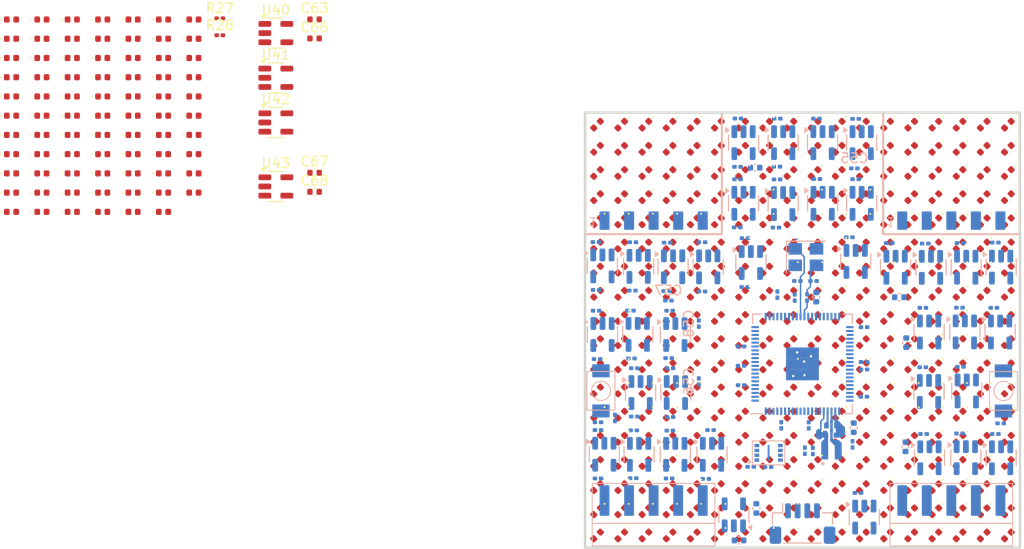
<source format=kicad_pcb>
(kicad_pcb (version 20241229) (generator "pcbnew") (generator_version "9.0")
  (layers (0 "F.Cu" signal) (4 "In1.Cu" signal) (6 "In2.Cu" signal) (8 "In3.Cu" signal) (10 "In4.Cu" signal) (2 "B.Cu" signal) (13 "F.Paste" user) (15 "B.Paste" user) (5 "F.SilkS" user "F.Silkscreen") (7 "B.SilkS" user "B.Silkscreen") (1 "F.Mask" user) (3 "B.Mask" user) (25 "Edge.Cuts" user))
  (net 0 "")
  (net 1 "GND")
  (net 2 "/panel_mcu/XIN")
  (net 3 "Net-(C2-Pad1)")
  (net 4 "+3V3")
  (net 5 "+1V1")
  (net 6 "/panel_mcu/VREG_AVDD")
  (net 7 "+5V")
  (net 8 "/drivers/ROW_00")
  (net 9 "Net-(D1-A)")
  (net 10 "/drivers/ROW_01")
  (net 11 "/drivers/ROW_02")
  (net 12 "/drivers/ROW_03")
  (net 13 "/drivers/ROW_04")
  (net 14 "Net-(D100-A)")
  (net 15 "/drivers/ROW_05")
  (net 16 "/drivers/ROW_06")
  (net 17 "/drivers/ROW_07")
  (net 18 "/drivers/ROW_08")
  (net 19 "/drivers/ROW_09")
  (net 20 "/drivers/ROW_10")
  (net 21 "/drivers/ROW_11")
  (net 22 "/drivers/ROW_12")
  (net 23 "/drivers/ROW_13")
  (net 24 "/drivers/ROW_14")
  (net 25 "/drivers/ROW_15")
  (net 26 "/drivers/ROW_16")
  (net 27 "/drivers/ROW_17")
  (net 28 "Net-(D181-A)")
  (net 29 "/drivers/ROW_18")
  (net 30 "/drivers/ROW_19")
  (net 31 "Net-(D21-A)")
  (net 32 "Net-(D41-A)")
  (net 33 "Net-(D61-A)")
  (net 34 "Net-(D101-A)")
  (net 35 "Net-(D121-A)")
  (net 36 "Net-(D141-A)")
  (net 37 "Net-(D161-A)")
  (net 38 "Net-(D201-A)")
  (net 39 "Net-(D221-A)")
  (net 40 "Net-(D241-A)")
  (net 41 "Net-(D261-A)")
  (net 42 "Net-(D281-A)")
  (net 43 "Net-(D301-A)")
  (net 44 "/panel_mcu/D-")
  (net 45 "/panel_mcu/D+")
  (net 46 "/panel_header/MOSI")
  (net 47 "/panel_header/MISO")
  (net 48 "/panel_header/SCK")
  (net 49 "/panel_header/CS2")
  (net 50 "/panel_header/CS0")
  (net 51 "/panel_header/CS4")
  (net 52 "/panel_header/CS1")
  (net 53 "/panel_header/EINT")
  (net 55 "/panel_mcu/VREG_LX")
  (net 56 "/panel_mcu/XIP_CS1n")
  (net 57 "Net-(R2-Pad1)")
  (net 58 "/panel_mcu/QSPI_SS")
  (net 59 "/panel_mcu/~{USB_BOOT}")
  (net 60 "/panel_mcu/XOUT")
  (net 61 "Net-(U2-USB_DP)")
  (net 62 "Net-(U2-USB_DM)")
  (net 63 "Net-(D321-A)")
  (net 64 "Net-(D341-A)")
  (net 65 "Net-(D361-A)")
  (net 66 "Net-(D381-A)")
  (net 67 "/drivers/COL_00")
  (net 68 "/drivers/COL_01")
  (net 69 "/drivers/COL_02")
  (net 70 "/drivers/COL_03")
  (net 71 "/drivers/COL_04")
  (net 72 "/drivers/COL_05")
  (net 73 "/drivers/COL_06")
  (net 74 "/drivers/COL_07")
  (net 75 "/drivers/COL_08")
  (net 76 "/drivers/COL_09")
  (net 77 "/drivers/COL_10")
  (net 78 "/drivers/COL_11")
  (net 79 "/drivers/COL_12")
  (net 80 "/drivers/COL_13")
  (net 81 "/panel_mcu/RUN")
  (net 82 "/panel_mcu/QSPI_SD2")
  (net 83 "/panel_mcu/QSPI_SD1")
  (net 84 "/panel_mcu/QSPI_SD3")
  (net 85 "/panel_mcu/QSPI_SCLK")
  (net 86 "/panel_mcu/QSPI_SD0")
  (net 87 "/drivers/COL_14")
  (net 88 "/drivers/COL_15")
  (net 89 "/drivers/COL_16")
  (net 90 "/drivers/COL_17")
  (net 91 "/drivers/COL_18")
  (net 92 "/drivers/COL_19")
  (net 94 "/drivers/ROW_MCU_09")
  (net 95 "/drivers/COL_MCU_12")
  (net 96 "/drivers/COL_MCU_17")
  (net 97 "/drivers/COL_MCU_11")
  (net 99 "/drivers/COL_MCU_02")
  (net 100 "/drivers/ROW_MCU_11")
  (net 102 "/drivers/COL_MCU_16")
  (net 103 "/drivers/COL_MCU_10")
  (net 104 "/drivers/ROW_MCU_07")
  (net 105 "/drivers/COL_MCU_14")
  (net 106 "/drivers/ROW_MCU_18")
  (net 107 "/drivers/ROW_MCU_10")
  (net 108 "/drivers/ROW_MCU_05")
  (net 109 "/drivers/COL_MCU_13")
  (net 110 "/drivers/COL_MCU_03")
  (net 111 "/drivers/ROW_MCU_06")
  (net 112 "/drivers/COL_MCU_07")
  (net 113 "/drivers/ROW_MCU_16")
  (net 114 "/drivers/ROW_MCU_02")
  (net 115 "/drivers/ROW_MCU_04")
  (net 116 "/drivers/ROW_MCU_08")
  (net 117 "/drivers/COL_MCU_15")
  (net 118 "/drivers/ROW_MCU_00")
  (net 119 "/drivers/COL_MCU_09")
  (net 120 "/drivers/COL_MCU_18")
  (net 121 "/drivers/COL_MCU_06")
  (net 122 "/drivers/COL_MCU_01")
  (net 124 "/drivers/COL_MCU_00")
  (net 125 "/drivers/ROW_MCU_14")
  (net 126 "/drivers/ROW_MCU_19")
  (net 127 "/drivers/ROW_MCU_12")
  (net 128 "/drivers/COL_MCU_05")
  (net 129 "/drivers/ROW_MCU_01")
  (net 130 "/drivers/COL_MCU_04")
  (net 132 "/drivers/ROW_MCU_03")
  (net 133 "/drivers/COL_MCU_08")
  (net 134 "/drivers/ROW_MCU_17")
  (net 135 "/drivers/ROW_MCU_15")
  (net 136 "/drivers/COL_MCU_19")
  (net 137 "/drivers/ROW_MCU_13")
  (footprint "panel_custom:LED_0402_1005Metric" (layer "F.Cu") (at 53.75 61.25 -135)
    (property "Reference" "D275" (hide yes))
    (property "Value" "LED" (hide yes))
  )
  (footprint "panel_custom:LED_0402_1005Metric" (layer "F.Cu") (at 66.25 58.75 -135)
    (property "Reference" "D58" (hide yes))
    (property "Value" "LED" (hide yes))
  )
  (footprint "panel_custom:LED_0402_1005Metric" (layer "F.Cu") (at 51.25 81.25 -135)
    (property "Reference" "D121" (hide yes))
    (property "Value" "LED" (hide yes))
  )
  (footprint "panel_custom:LED_0402_1005Metric" (layer "F.Cu") (at 66.25 81.25 -135)
    (property "Reference" "D229" (hide yes))
    (property "Value" "LED" (hide yes))
  )
  (footprint "panel_custom:LED_0402_1005Metric" (layer "F.Cu") (at 71.25 73.75 -135)
    (property "Reference" "D316" (hide yes))
    (property "Value" "LED" (hide yes))
  )
  (footprint "panel_custom:LED_0402_1005Metric" (layer "F.Cu") (at 78.75 93.75 -135)
    (property "Reference" "D234" (hide yes))
    (property "Value" "LED" (hide yes))
  )
  (footprint "panel_custom:LED_0402_1005Metric" (layer "F.Cu") (at 61.25 83.75 -135)
    (property "Reference" "D176" (hide yes))
    (property "Value" "LED" (hide yes))
  )
  (footprint "panel_custom:LED_0402_1005Metric" (layer "F.Cu") (at 56.25 53.75 -135)
    (property "Reference" "D20" (hide yes))
    (property "Value" "LED" (hide yes))
  )
  (footprint "panel_custom:LED_0402_1005Metric" (layer "F.Cu") (at 9.535 48.33)
    (property "Reference" "D395" (hide yes))
    (property "Value" "LED" (hide yes))
  )
  (footprint "panel_custom:LED_0402_1005Metric" (layer "F.Cu") (at 88.75 68.75 -135)
    (property "Reference" "D152" (hide yes))
    (property "Value" "LED" (hide yes))
  )
  (footprint "panel_custom:LED_0402_1005Metric" (layer "F.Cu") (at -6.19 48.33)
    (property "Reference" "D340" (hide yes))
    (property "Value" "LED" (hide yes))
  )
  (footprint "panel_custom:LED_0402_1005Metric" (layer "F.Cu") (at 86.25 88.75 -135)
    (property "Reference" "D322" (hide yes))
    (property "Value" "LED" (hide yes))
  )
  (footprint "panel_custom:LED_0402_1005Metric" (layer "F.Cu") (at 73.75 58.75 -135)
    (property "Reference" "D112" (hide yes))
    (property "Value" "LED" (hide yes))
  )
  (footprint "panel_custom:LED_0402_1005Metric" (layer "F.Cu") (at 53.75 76.25 -135)
    (property "Reference" "D173" (hide yes))
    (property "Value" "LED" (hide yes))
  )
  (footprint "panel_custom:LED_0402_1005Metric" (layer "F.Cu") (at 0.1 48.33)
    (property "Reference" "D362" (hide yes))
    (property "Value" "LED" (hide yes))
  )
  (footprint "panel_custom:LED_0402_1005Metric" (layer "F.Cu") (at -9.335 60.27)
    (property "Reference" "D335" (hide yes))
    (property "Value" "LED" (hide yes))
  )
  (footprint "panel_custom:LED_0402_1005Metric" (layer "F.Cu") (at 81.25 63.75 -135)
    (property "Reference" "D132" (hide yes))
    (property "Value" "LED" (hide yes))
  )
  (footprint "panel_custom:LED_0402_1005Metric" (layer "F.Cu") (at -9.335 56.29)
    (property "Reference" "D333" (hide yes))
    (property "Value" "LED" (hide yes))
  )
  (footprint "panel_custom:LED_0402_1005Metric" (layer "F.Cu") (at 53.75 83.75 -135)
    (property "Reference" "D122" (hide yes))
    (property "Value" "LED" (hide yes))
  )
  (footprint "panel_custom:LED_0402_1005Metric" (layer "F.Cu") (at 76.25 51.25 -135)
    (property "Reference" "D181" (hide yes))
    (property "Value" "LED" (hide yes))
  )
  (footprint "panel_custom:LED_0402_1005Metric" (layer "F.Cu") (at 56.25 71.25 -135)
    (property "Reference" "D225" (hide yes))
    (property "Value" "LED" (hide yes))
  )
  (footprint "panel_custom:LED_0402_1005Metric" (layer "F.Cu") (at 76.25 73.75 -135)
    (property "Reference" "D28" (hide yes))
    (property "Value" "LED" (hide yes))
  )
  (footprint "panel_custom:LED_0402_1005Metric" (layer "F.Cu") (at 86.25 51.25 -135)
    (property "Reference" "D253" (hide yes))
    (property "Value" "LED" (hide yes))
  )
  (footprint "panel_custom:LED_0402_1005Metric" (layer "F.Cu") (at 61.25 66.25 -135)
    (property "Reference" "D295" (hide yes))
    (property "Value" "LED" (hide yes))
  )
  (footprint "panel_custom:LED_0402_1005Metric" (layer "F.Cu") (at 86.25 58.75 -135)
    (property "Reference" "D202" (hide yes))
    (property "Value" "LED" (hide yes))
  )
  (footprint "panel_custom:LED_0402_1005Metric" (layer "F.Cu") (at 88.75 61.25 -135)
    (property "Reference" "D203" (hide yes))
    (property "Value" "LED" (hide yes))
  )
  (footprint "panel_custom:LED_0402_1005Metric" (layer "F.Cu") (at 56.25 73.75 -135)
    (property "Reference" "D208" (hide yes))
    (property "Value" "LED" (hide yes))
  )
  (footprint "panel_custom:LED_0402_1005Metric" (layer "F.Cu") (at 93.75 51.25 -135)
    (property "Reference" "D307" (hide yes))
    (property "Value" "LED" (hide yes))
  )
  (footprint "panel_custom:LED_0402_1005Metric" (layer "F.Cu") (at 61.25 81.25 -135)
    (property "Reference" "D193" (hide yes))
    (property "Value" "LED" (hide yes))
  )
  (footprint "panel_custom:LED_0402_1005Metric" (layer "F.Cu") (at 88.75 53.75 -135)
    (property "Reference" "D254" (hide yes))
    (property "Value" "LED" (hide yes))
  )
  (footprint "panel_custom:LED_0402_1005Metric" (layer "F.Cu") (at 0.1 56.29)
    (property "Reference" "D366" (hide yes))
    (property "Value" "LED" (hide yes))
  )
  (footprint "panel_custom:LED_0402_1005Metric" (layer "F.Cu") (at 66.25 86.25 -135)
    (property "Reference" "D195" (hide yes))
    (property "Value" "LED" (hide yes))
  )
  (footprint "panel_custom:LED_0402_1005Metric" (layer "F.Cu") (at 68.75 53.75 -135)
    (property "Reference" "D110" (hide yes))
    (property "Value" "LED" (hide yes))
  )
  (footprint "panel_custom:LED_0402_1005Metric" (layer "F.Cu") (at 86.25 68.75 -135)
    (property "Reference" "D134" (hide yes))
    (property "Value" "LED" (hide yes))
  )
  (footprint "panel_custom:LED_0402_1005Metric" (layer "F.Cu") (at 68.75 56.25 -135)
    (property "Reference" "D93" (hide yes))
    (property "Value" "LED" (hide yes))
  )
  (footprint "panel_custom:LED_0402_1005Metric" (layer "F.Cu") (at 71.25 63.75 -135)
    (property "Reference" "D60" (hide yes))
    (property "Value" "LED" (hide yes))
  )
  (footprint "panel_custom:LED_0402_1005Metric" (layer "F.Cu") (at 63.75 76.25 -135)
    (property "Reference" "D245" (hide yes))
    (property "Value" "LED" (hide yes))
  )
  (footprint "panel_custom:LED_0402_1005Metric" (layer "F.Cu") (at 83.75 86.25 -135)
    (property "Reference" "D321" (hide yes))
    (property "Value" "LED" (hide yes))
  )
  (footprint "panel_custom:LED_0402_1005Metric" (layer "F.Cu") (at 63.75 63.75 -135)
    (property "Reference" "D6" (hide yes))
    (property "Value" "LED" (hide yes))
  )
  (footprint "panel_custom:LED_0402_1005Metric" (layer "F.Cu") (at 56.25 51.25 -135)
    (property "Reference" "D37" (hide yes))
    (property "Value" "LED" (hide yes))
  )
  (footprint "panel_custom:LED_0402_1005Metric" (layer "F.Cu") (at -3.045 60.27)
    (property "Reference" "D357" (hide yes))
    (property "Value" "LED" (hide yes))
  )
  (footprint "panel_custom:LED_0402_1005Metric" (layer "F.Cu") (at 83.75 66.25 -135)
    (property "Reference" "D133" (hide yes))
    (property "Value" "LED" (hide yes))
  )
  (footprint "panel_custom:LED_0402_1005Metric" (layer "F.Cu") (at 88.75 86.25 -135)
    (property "Reference" "D33" (hide yes))
    (property "Value" "LED" (hide yes))
  )
  (footprint "panel_custom:LED_0402_1005Metric" (layer "F.Cu") (at -6.19 44.35)
    (property "Reference" "D338" (hide yes))
    (property "Value" "LED" (hide yes))
  )
  (footprint "panel_custom:LED_0402_1005Metric" (layer "F.Cu") (at 51.25 76.25 -135)
    (property "Reference" "D155" (hide yes))
    (property "Value" "LED" (hide yes))
  )
  (footprint "panel_custom:LED_0402_1005Metric" (layer "F.Cu") (at 78.75 53.75 -135)
    (property "Reference" "D182" (hide yes))
    (property "Value" "LED" (hide yes))
  )
  (footprint "panel_custom:LED_0402_1005Metric" (layer "F.Cu") (at 86.25 53.75 -135)
    (property "Reference" "D236" (hide yes))
    (property "Value" "LED" (hide yes))
  )
  (footprint "panel_custom:LED_0402_1005Metric" (layer "F.Cu") (at 83.75 51.25 -135)
    (property "Reference" "D235" (hide yes))
    (property "Value" "LED" (hide yes))
  )
  (footprint "panel_custom:LED_0402_1005Metric" (layer "F.Cu") (at 9.535 40.37)
    (property "Reference" "D391" (hide yes))
    (property "Value" "LED" (hide yes))
  )
  (footprint "panel_custom:LED_0402_1005Metric" (layer "F.Cu") (at 71.25 53.75 -135)
    (property "Reference" "D128" (hide yes))
    (property "Value" "LED" (hide yes))
  )
  (footprint "panel_custom:LED_0402_1005Metric" (layer "F.Cu") (at 61.25 63.75 -135)
    (property "Reference" "D312" (hide yes))
    (property "Value" "LED" (hide yes))
  )
  (footprint "panel_custom:LED_0402_1005Metric" (layer "F.Cu") (at 91.25 81.25 -135)
    (property "Reference" "D85" (hide yes))
    (property "Value" "LED" (hide yes))
  )
  (footprint "panel_custom:LED_0402_1005Metric" (layer "F.Cu") (at 56.25 83.75 -135)
    (property "Reference" "D140" (hide yes))
    (property "Value" "LED" (hide yes))
  )
  (footprint "panel_custom:LED_0402_1005Metric" (layer "F.Cu") (at 86.25 61.25 -135)
    (property "Reference" "D185" (hide yes))
    (property "Value" "LED" (hide yes))
  )
  (footprint "panel_custom:LED_0402_1005Metric" (layer "F.Cu") (at 58.75 56.25 -135)
    (property "Reference" "D21" (hide yes))
    (property "Value" "LED" (hide yes))
  )
  (footprint "panel_custom:LED_0402_1005Metric" (layer "F.Cu") (at 68.75 61.25 -135)
    (property "Reference" "D59" (hide yes))
    (property "Value" "LED" (hide yes))
  )
  (footprint "panel_custom:LED_0402_1005Metric" (layer "F.Cu") (at 58.75 53.75 -135)
    (property "Reference" "D38" (hide yes))
    (property "Value" "LED" (hide yes))
  )
  (footprint "panel_custom:LED_0402_1005Metric" (layer "F.Cu") (at 63.75 78.75 -135)
    (property "Reference" "D228" (hide yes))
    (property "Value" "LED" (hide yes))
  )
  (footprint "panel_custom:LED_0402_1005Metric" (layer "F.Cu") (at -9.335 48.33)
    (property "Reference" "D329" (hide yes))
    (property "Value" "LED" (hide yes))
  )
  (footprint "panel_custom:LED_0402_1005Metric" (layer "F.Cu") (at 83.75 71.25 -135)
    (property "Reference" "D99" (hide yes))
    (property "Value" "LED" (hide yes))
  )
  (footprint "panel_custom:LED_0402_1005Metric" (layer "F.Cu") (at 3.245 48.33)
    (property "Reference" "D373" (hide yes))
    (property "Value" "LED" (hide yes))
  )
  (footprint "panel_custom:LED_0402_1005Metric" (layer "F.Cu") (at 3.245 52.31)
    (property "Reference" "D375" (hide yes))
    (property "Value" "LED" (hide yes))
  )
  (footprint "panel_custom:LED_0402_1005Metric" (layer "F.Cu") (at 83.75 63.75 -135)
    (property "Reference" "D150" (hide yes))
    (property "Value" "LED" (hide yes))
  )
  (footprint "panel_custom:LED_0402_1005Metric" (layer "F.Cu") (at 51.25 63.75 -135)
    (property "Reference" "D240" (hide yes))
    (property "Value" "LED" (hide yes))
  )
  (footprint "panel_custom:LED_0402_1005Metric" (layer "F.Cu") (at 73.75 66.25 -135)
    (property "Reference" "D61" (hide yes))
    (property "Value" "LED" (hide yes))
  )
  (footprint "panel_custom:LED_0402_1005Metric" (layer "F.Cu") (at 9.535 58.28)
    (property "Reference" "D400" (hide yes))
    (property "Value" "LED" (hide yes))
  )
  (footprint "panel_custom:LED_0402_1005Metric" (layer "F.Cu") (at -6.19 42.36)
    (property "Reference" "D337" (hide yes))
    (property "Value" "LED" (hide yes))
  )
  (footprint "panel_custom:LED_0402_1005Metric" (layer "F.Cu") (at 71.25 76.25 -135)
    (property "Reference" "D299" (hide yes))
    (property "Value" "LED" (hide yes))
  )
  (footprint "panel_custom:LED_0402_1005Metric" (layer "F.Cu") (at 51.5 71.25 -135)
    (property "Reference" "D189" (hide yes))
    (property "Value" "LED" (hide yes))
  )
  (footprint "panel_custom:LED_0402_1005Metric" (layer "F.Cu") (at 83.75 76.25 -135)
    (property "Reference" "D65" (hide yes))
    (property "Value" "LED" (hide yes))
  )
  (footprint "panel_custom:LED_0402_1005Metric" (layer "F.Cu") (at 78.75 68.75 -135)
    (property "Reference" "D80" (hide yes))
    (property "Value" "LED" (hide yes))
  )
  (footprint "panel_custom:LED_0402_1005Metric" (layer "F.Cu") (at 6.39 42.36)
    (property "Reference" "D381" (hide yes))
    (property "Value" "LED" (hide yes))
  )
  (footprint "panel_custom:LED_0402_1005Metric" (layer "F.Cu") (at 53.75 86.25 -135)
    (property "Reference" "D105" (hide yes))
    (property "Value" "LED" (hide yes))
  )
  (footprint "panel_custom:LED_0402_1005Metric" (layer "F.Cu") (at 76.25 68.75 -135)
    (property "Reference" "D62" (hide yes))
    (property "Value" "LED" (hide yes))
  )
  (footprint "panel_custom:LED_0402_1005Metric" (layer "F.Cu") (at 61.25 76.25 -135)
    (property "Reference" "D227" (hide yes))
    (property "Value" "LED" (hide yes))
  )
  (footprint "panel_custom:LED_0402_1005Metric" (layer "F.Cu") (at 68.75 83.75 -135)
    (property "Reference" "D230" (hide yes))
    (property "Value" "LED" (hide yes))
  )
  (footprint "panel_custom:LED_0402_1005Metric" (layer "F.Cu") (at 3.245 60.27)
    (property "Reference" "D379" (hide yes))
    (property "Value" "LED" (hide yes))
  )
  (footprint "panel_custom:LED_0402_1005Metric" (layer "F.Cu") (at -3.045 58.28)
    (property "Reference" "D356" (hide yes))
    (property "Value" "LED" (hide yes))
  )
  (footprint "panel_custom:LED_0402_1005Metric" (layer "F.Cu") (at 6.39 58.28)
    (property "Reference" "D389" (hide yes))
    (property "Value" "LED" (hide yes))
  )
  (footprint "panel_custom:LED_0402_1005Metric" (layer "F.Cu") (at 73.75 51.25 -135)
    (property "Reference" "D163" (hide yes))
    (property "Value" "LED" (hide yes))
  )
  (footprint "panel_custom:LED_0402_1005Metric" (layer "F.Cu") (at 93.75 61.25 -135)
    (property "Reference" "D239" (hide yes))
    (property "Value" "LED" (hide yes))
  )
  (footprint "panel_custom:LED_0402_1005Metric" (layer "F.Cu") (at 63.75 91.25 -135)
    (property "Reference" "D143" (hide yes))
    (property "Value" "LED" (hide yes))
  )
  (footprint "panel_custom:LED_0402_1005Metric" (layer "F.Cu") (at 61.25 86.25 -135)
    (property "Reference" "D159" (hide yes))
    (property "Value" "LED" (hide yes))
  )
  (footprint "panel_custom:LED_0402_1005Metric" (layer "F.Cu") (at 63.75 61.25 -135)
    (property "Reference" "D23" (hide yes))
    (property "Value" "LED" (hide yes))
  )
  (footprint "panel_custom:LED_0402_1005Metric" (layer "F.Cu") (at 73.75 71.25 -135)
    (property "Reference" "D27" (hide yes))
    (property "Value" "LED" (hide yes))
  )
  (footprint "panel_custom:LED_0402_1005Metric" (layer "F.Cu") (at 6.39 46.34)
    (property "Reference" "D383" (hide yes))
    (property "Value" "LED" (hide yes))
  )
  (footprint "panel_custom:LED_0402_1005Metric" (layer "F.Cu") (at 61.25 68.75 -135)
    (property "Reference" "D278" (hide yes))
    (property "Value" "LED" (hide yes))
  )
  (footprint "panel_custom:LED_0402_1005Metric" (layer "F.Cu") (at -9.335 58.28)
    (property "Reference" "D334" (hide yes))
    (property "Value" "LED" (hide yes))
  )
  (footprint "panel_custom:LED_0402_1005Metric" (layer "F.Cu") (at 6.39 48.33)
    (property "Reference" "D384" (hide yes))
    (property "Value" "LED" (hide yes))
  )
  (footprint "panel_custom:LED_0402_1005Metric" (layer "F.Cu") (at 56.25 63.75 -135)
    (property "Reference" "D276" (hide yes))
    (property "Value" "LED" (hide yes))
  )
  (footprint "panel_custom:LED_0402_1005Metric" (layer "F.Cu") (at 71.25 81.25 -135)
    (property "Reference" "D265" (hide yes))
    (property "Value" "LED" (hide yes))
  )
  (footprint "panel_custom:LED_0402_1005Metric" (layer "F.Cu") (at -3.045 50.32)
    (property "Reference" "D352" (hide yes))
    (property "Value" "LED" (hide yes))
  )
  (footprint "panel_custom:LED_0402_1005Metric" (layer "F.Cu") (at -9.335 52.31)
    (property "Reference" "D331" (hide yes))
    (property "Value" "LED" (hide yes))
  )
  (footprint "panel_custom:LED_0402_1005Metric" (layer "F.Cu") (at 73.75 78.75 -135)
    (property "Reference" "D300" (hide yes))
    (property "Value" "LED" (hide yes))
  )
  (footprint "panel_custom:LED_0402_1005Metric" (layer "F.Cu") (at 63.75 68.75 -135)
    (property "Reference" "D296" (hide yes))
    (property "Value" "LED" (hide yes))
  )
  (footprint "panel_custom:LED_0402_1005Metric" (layer "F.Cu") (at 86.25 78.75 -135)
    (property "Reference" "D66" (hide yes))
    (property "Value" "LED" (hide yes))
  )
  (footprint "panel_custom:LED_0402_1005Metric" (layer "F.Cu") (at 86.25 56.25 -135)
    (property "Reference" "D219" (hide yes))
    (property "Value" "LED" (hide yes))
  )
  (footprint "panel_custom:LED_0402_1005Metric" (layer "F.Cu") (at 51.25 61.25 -135)
    (property "Reference" "D257" (hide yes))
    (property "Value" "LED" (hide yes))
  )
  (footprint "panel_custom:LED_0402_1005Metric" (layer "F.Cu") (at 0.1 46.34)
    (property "Reference" "D361" (hide yes))
    (property "Value" "LED" (hide yes))
  )
  (footprint "panel_custom:LED_0402_1005Metric" (layer "F.Cu") (at 9.535 46.34)
    (property "Reference" "D394" (hide yes))
    (property "Value" "LED" (hide yes))
  )
  (footprint "panel_custom:LED_0402_1005Metric" (layer "F.Cu") (at 71.25 66.25 -135)
    (property "Reference" "D43" (hide yes))
    (property "Value" "LED" (hide yes))
  )
  (footprint "panel_custom:LED_0402_1005Metric" (layer "F.Cu") (at 91.25 66.25 -135)
    (property "Reference" "D187" (hide yes))
    (property "Value" "LED" (hide yes))
  )
  (footprint "panel_custom:LED_0402_1005Metric" (layer "F.Cu") (at 73.75 76.25 -135)
    (property "Reference" "D317" (hide yes))
    (property "Value" "LED" (hide yes))
  )
  (footprint "panel_custom:LED_0402_1005Metric" (layer "F.Cu") (at 51.25 68.75 -135)
    (property "Reference" "D206" (hide yes))
    (property "Value" "LED" (hide yes))
  )
  (footprint "panel_custom:LED_0402_1005Metric" (layer "F.Cu") (at 56.25 58.75 -135)
    (property "Reference" "D310" (hide yes))
    (property "Value" "LED" (hide yes))
  )
  (footprint "panel_custom:LED_0402_1005Metric" (layer "F.Cu") (at 56.25 93.75 -135)
    (property "Reference" "D72" (hide yes))
    (property "Value" "LED" (hide yes))
  )
  (footprint "panel_custom:LED_0402_1005Metric" (layer "F.Cu") (at 58.75 61.25 -135)
    (property "Reference" "D311" (hide yes))
    (property "Value" "LED" (hide yes))
  )
  (footprint "Capacitor_SMD:C_0402_1005Metric" (layer "F.Cu") (at 22.02 58.2)
    (property "Reference" "C68")
    (property "Value" "10uF")
  )
  (footprint "panel_custom:LED_0402_1005Metric" (layer "F.Cu") (at 6.39 56.29)
    (property "Reference" "D388" (hide yes))
    (property "Value" "LED" (hide yes))
  )
  (footprint "panel_custom:LED_0402_1005Metric" (layer "F.Cu") (at 73.75 81.25 -135)
    (property "Reference" "D283" (hide yes))
    (property "Value" "LED" (hide yes))
  )
  (footprint "panel_custom:LED_0402_1005Metric" (layer "F.Cu") (at 78.75 73.75 -135)
    (property "Reference" "D46" (hide yes))
    (property "Value" "LED" (hide yes))
  )
  (footprint "panel_custom:LED_0402_1005Metric" (layer "F.Cu") (at 66.25 91.25 -135)
    (property "Reference" "D161" (hide yes))
    (property "Value" "LED" (hide yes))
  )
  (footprint "panel_custom:LED_0402_1005Metric" (layer "F.Cu") (at 56.25 56.25 -135)
    (property "Reference" "D3" (hide yes))
    (property "Value" "LED" (hide yes))
  )
  (footprint "panel_custom:LED_0402_1005Metric" (layer "F.Cu") (at -3.045 52.31)
    (property "Reference" "D353" (hide yes))
    (property "Value" "LED" (hide yes))
  )
  (footprint "panel_custom:LED_0402_1005Metric" (layer "F.Cu") (at 93.75 68.75 -135)
    (property "Reference" "D188" (hide yes))
    (property "Value" "LED" (hide yes))
  )
  (footprint "panel_custom:LED_0402_1005Metric" (layer "F.Cu") (at -6.19 40.37)
    (property "Reference" "D336" (hide yes))
    (property "Value" "LED" (hide yes))
  )
  (footprint "panel_custom:LED_0402_1005Metric" (layer "F.Cu") (at 93.75 91.25 -135)
    (property "Reference" "D35" (hide yes))
    (property "Value" "LED" (hide yes))
  )
  (footprint "panel_custom:LED_0402_1005Metric" (layer "F.Cu") (at -9.335 42.36)
    (property "Reference" "D326" (hide yes))
    (property "Value" "LED" (hide yes))
  )
  (footprint "panel_custom:LED_0402_1005Metric" (layer "F.Cu") (at 61.25 91.25 -135)
    (property "Reference" "D125" (hide yes))
    (property "Value" "LED" (hide yes))
  )
  (footprint "panel_custom:LED_0402_1005Metric" (layer "F.Cu") (at 3.245 42.36)
    (property "Reference" "D370" (hide yes))
    (property "Value" "LED" (hide yes))
  )
  (footprint "panel_custom:LED_0402_1005Metric" (layer "F.Cu") (at 68.75 63.75 -135)
    (property "Reference" "D42" (hide yes))
    (property "Value" "LED" (hide yes))
  )
  (footprint "panel_custom:LED_0402_1005Metric" (layer "F.Cu") (at 81.25 76.25 -135)
    (property "Reference" "D47" (hide yes))
    (property "Value" "LED" (hide yes))
  )
  (footprint "panel_custom:LED_0402_1005Metric" (layer "F.Cu") (at 66.25 73.75 -135)
    (property "Reference" "D280" (hide yes))
    (property "Value" "LED" (hide yes))
  )
  (footprint "panel_custom:LED_0402_1005Metric" (layer "F.Cu") (at 81.25 58.75 -135)
    (property "Reference" "D166" (hide yes))
    (property "Value" "LED" (hide yes))
  )
  (footprint "panel_custom:LED_0402_1005Metric" (layer "F.Cu") (at 6.39 52.31)
    (property "Reference" "D386" (hide yes))
    (property "Value" "LED" (hide yes))
  )
  (footprint "panel_custom:LED_0402_1005Metric" (layer "F.Cu") (at 91.25 76.25 -135)
    (property "Reference" "D119" (hide yes))
    (property "Value" "LED" (hide yes))
  )
  (footprint "panel_custom:LED_0402_1005Metric" (layer "F.Cu") (at 91.25 86.25 -135)
    (property "Reference" "D51" (hide yes))
    (property "Value" "LED" (hide yes))
  )
  (footprint "panel_custom:LED_0402_1005Metric" (layer "F.Cu") (at 78.75 76.25 -135)
    (property "Reference" "D29" (hide yes))
    (property "Value" "LED" (hide yes))
  )
  (footprint "panel_custom:LED_0402_1005Metric" (layer "F.Cu") (at 61.25 51.25 -135)
    (property "Reference" "D73" (hide yes))
    (property "Value" "LED" (hide yes))
  )
  (footprint "panel_custom:LED_0402_1005Metric" (layer "F.Cu") (at 78.75 71.25 -135)
    (property "Reference" "D63" (hide yes))
    (property "Value" "LED" (hide yes))
  )
  (footprint "panel_custom:LED_0402_1005Metric" (layer "F.Cu") (at 93.75 56.25 -135)
    (property "Reference" "D273" (hide yes))
    (property "Value" "LED" (hide yes))
  )
  (footprint "panel_custom:LED_0402_1005Metric" (layer "F.Cu") (at 91.25 53.75 -135)
    (property "Reference" "D272" (hide yes))
    (property "Value" "LED" (hide yes))
  )
  (footprint "panel_custom:LED_0402_1005Metric" (layer "F.Cu") (at 86.25 93.75 -135)
    (property "Reference" "D288" (hide yes))
    (property "Value" "LED" (hide yes))
  )
  (footprint "panel_custom:LED_0402_1005Metric" (layer "F.Cu") (at 58.75 88.75 -135)
    (property "Reference" "D124" (hide yes))
    (property "Value" "LED" (hide yes))
  )
  (footprint "panel_custom:LED_0402_1005Metric" (layer "F.Cu") (at 68.75 58.75 -135)
    (property "Reference" "D76" (hide yes))
    (property "Value" "LED" (hide yes))
  )
  (footprint "panel_custom:LED_0402_1005Metric" (layer "F.Cu") (at 9.535 52.31)
    (property "Reference" "D397" (hide yes))
    (property "Value" "LED" (hide yes))
  )
  (footprint "panel_custom:LED_0402_1005Metric" (layer "F.Cu") (at 93.75 93.75 -135)
    (property "Reference" "D18" (hide yes))
    (property "Value" "LED" (hide yes))
  )
  (footprint "panel_custom:LED_0402_1005Metric" (layer "F.Cu") (at 86.25 76.25 -135)
    (property "Reference" "D83" (hide yes))
    (property "Value" "LED" (hide yes))
  )
  (footprint "panel_custom:LED_0402_1005Metric" (layer "F.Cu") (at 76.25 71.25 -135)
    (property "Reference" "D45" (hide yes))
    (property "Value" "LED" (hide yes))
  )
  (footprint "panel_custom:LED_0402_1005Metric" (layer "F.Cu") (at 68.75 76.25 -135)
    (property "Reference" "D281" (hide yes))
    (property "Value" "LED" (hide yes))
  )
  (footprint "panel_custom:LED_0402_1005Metric" (layer "F.Cu") (at 63.75 56.25 -135)
    (property "Reference" "D57" (hide yes))
    (property "Value" "LED" (hide yes))
  )
  (footprint "Package_TO_SOT_SMD:SOT-23-5" (layer "F.Cu") (at 18.01 57.645)
    (property "Reference" "U43")
    (property "Value" "AP2112K-3.3")
  )
  (footprint "panel_custom:LED_0402_1005Metric" (layer "F.Cu") (at 78.75 81.25 -135)
    (property "Reference" "D319" (hide yes))
    (property "Value" "LED" (hide yes))
  )
  (footprint "panel_custom:LED_0402_1005Metric" (layer "F.Cu") (at 56.25 66.25 -135)
    (property "Reference" "D259" (hide yes))
    (property "Value" "LED" (hide yes))
  )
  (footprint "panel_custom:LED_0402_1005Metric" (layer "F.Cu") (at 53.75 81.25 -135)
    (property "Reference" "D139" (hide yes))
    (property "Value" "LED" (hide yes))
  )
  (footprint "panel_custom:LED_0402_1005Metric" (layer "F.Cu") (at 58.75 86.25 -135)
    (property "Reference" "D141" (hide yes))
    (property "Value" "LED" (hide yes))
  )
  (footprint "panel_custom:LED_0402_1005Metric" (layer "F.Cu") (at 83.75 58.75 -135)
    (property "Reference" "D184" (hide yes))
    (property "Value" "LED" (hide yes))
  )
  (footprint "panel_custom:LED_0402_1005Metric" (layer "F.Cu") (at 9.535 50.32)
    (property "Reference" "D396" (hide yes))
    (property "Value" "LED" (hide yes))
  )
  (footprint "panel_custom:LED_0402_1005Metric" (layer "F.Cu") (at 0.1 40.37)
    (property "Reference" "D358" (hide yes))
    (property "Value" "LED" (hide yes))
  )
  (footprint "panel_custom:LED_0402_1005Metric" (layer "F.Cu") (at 68.75 93.75 -135)
    (property "Reference" "D162" (hide yes))
    (property "Value" "LED" (hide yes))
  )
  (footprint "panel_custom:LED_0402_1005Metric" (layer "F.Cu") (at 78.75 83.75 -135)
    (property "Reference" "D302" (hide yes))
    (property "Value" "LED" (hide yes))
  )
  (footprint "panel_custom:LED_0402_1005Metric" (layer "F.Cu") (at 91.25 78.75 -135)
    (property "Reference" "D102" (hide yes))
    (property "Value" "LED" (hide yes))
  )
  (footprint "panel_custom:LED_0402_1005Metric" (layer "F.Cu") (at 73.75 93.75 -135)
    (property "Reference" "D198" (hide yes))
    (property "Value" "LED" (hide yes))
  )
  (footprint "panel_custom:LED_0402_1005Metric" (layer "F.Cu") (at 9.535 54.3)
    (property "Reference" "D398" (hide yes))
    (property "Value" "LED" (hide yes))
  )
  (footprint "panel_custom:LED_0402_1005Metric" (layer "F.Cu") (at 88.75 73.75 -135)
    (property "Reference" "D118" (hide yes))
    (property "Value" "LED" (hide yes))
  )
  (footprint "panel_custom:LED_0402_1005Metric" (layer "F.Cu") (at 93.75 53.75 -135)
    (property "Reference" "D290" (hide yes))
    (property "Value" "LED" (hide yes))
  )
  (footprint "panel_custom:LED_0402_1005Metric" (layer "F.Cu") (at 66.25 63.75 -135)
    (property "Reference" "D24" (hide yes))
    (property "Value" "LED" (hide yes))
  )
  (footprint "panel_custom:LED_0402_1005Metric" (layer "F.Cu") (at 78.75 78.75 -135)
    (property "Reference" "D12" (hide yes))
    (property "Value" "LED" (hide yes))
  )
  (footprint "panel_custom:LED_0402_1005Metric" (layer "F.Cu") (at 63.75 73.75 -135)
    (property "Reference" "D262" (hide yes))
    (property "Value" "LED" (hide yes))
  )
  (footprint "panel_custom:LED_0402_1005Metric" (layer "F.Cu") (at 53.75 63.75 -135)
    (property "Reference" "D258" (hide yes))
    (property "Value" "LED" (hide yes))
  )
  (footprint "panel_custom:LED_0402_1005Metric" (layer "F.Cu") (at 63.75 83.75 -135)
    (property "Reference" "D194" (hide yes))
    (property "Value" "LED" (hide yes))
  )
  (footprint "panel_custom:LED_0402_1005Metric" (layer "F.Cu") (at 53.75 58.75 -135)
    (property "Reference" "D292" (hide yes))
    (property "Value" "LED" (hide yes))
  )
  (footprint "panel_custom:LED_0402_1005Metric" (layer "F.Cu") (at 63.75 66.25 -135)
    (property "Reference" "D313" (hide yes))
    (property "Value" "LED" (hide yes))
  )
  (footprint "panel_custom:LED_0402_1005Metric" (layer "F.Cu") (at 0.1 58.28)
    (property "Reference" "D367" (hide yes))
    (property "Value" "LED" (hide yes))
  )
  (footprint "panel_custom:LED_0402_1005Metric" (layer "F.Cu") (at 56.25 88.75 -135)
    (property "Reference" "D106" (hide yes))
    (property "Value" "LED" (hide yes))
  )
  (footprint "panel_custom:LED_0402_1005Metric" (layer "F.Cu") (at 56.25 91.25 -135)
    (property "Reference" "D89" (hide yes))
    (property "Value" "LED" (hide yes))
  )
  (footprint "panel_custom:LED_0402_1005Metric" (layer "F.Cu") (at 81.25 56.25 -135)
    (property "Reference" "D183" (hide yes))
    (property "Value" "LED" (hide yes))
  )
  (footprint "panel_custom:LED_0402_1005Metric" (layer "F.Cu") (at 73.75 73.75 -135)
    (property "Reference" "D10" (hide yes))
    (property "Value" "LED" (hide yes))
  )
  (footprint "panel_custom:LED_0402_1005Metric" (layer "F.Cu") (at 88.75 88.75 -135)
    (property "Reference" "D16" (hide yes))
    (property "Value" "LED" (hide yes))
  )
  (footprint "panel_custom:LED_0402_1005Metric" (layer "F.Cu") (at 81.25 68.75 -135)
    (property "Reference" "D98" (hide yes))
    (property "Value" "LED" (hide yes))
  )
  (footprint "panel_custom:LED_0402_1005Metric" (layer "F.Cu") (at 88.75 63.75 -135)
    (property "Reference" "D186" (hide yes))
    (property "Value" "LED" (hide yes))
  )
  (footprint "panel_custom:LED_0402_1005Metric" (layer "F.Cu") (at 88.75 71.25 -135)
    (property "Reference" "D135" (hide yes))
    (property "Value" "LED" (hide yes))
  )
  (footprint "panel_custom:LED_0402_1005Metric" (layer "F.Cu") (at 51.25 86.25 -135)
    (property "Reference" "D87" (hide yes))
    (property "Value" "LED" (hide yes))
  )
  (footprint "panel_custom:LED_0402_1005Metric" (layer "F.Cu") (at 61.25 56.25 -135)
    (property "Reference" "D39" (hide yes))
    (property "Value" "LED" (hide yes))
  )
  (footprint "panel_custom:LED_0402_1005Metric" (layer "F.Cu") (at 66.25 93.75 -135)
    (property "Reference" "D144" (hide yes))
    (property "Value" "LED" (hide yes))
  )
  (footprint "panel_custom:LED_0402_1005Metric" (layer "F.Cu") (at 56.25 86.25 -135)
    (property "Reference" "D123" (hide yes))
    (property "Value" "LED" (hide yes))
  )
  (footprint "panel_custom:LED_0402_1005Metric" (layer "F.Cu") (at 53.75 71.25 -135)
    (property "Reference" "D207" (hide yes))
    (property "Value" "LED" (hide yes))
  )
  (footprint "panel_custom:LED_0402_1005Metric" (layer "F.Cu") (at 58.75 78.75 -135)
    (property "Reference" "D192" (hide yes))
    (property "Value" "LED" (hide yes))
  )
  (footprint "panel_custom:LED_0402_1005Metric" (layer "F.Cu") (at 88.75 51.25 -135)
    (property "Reference" "D271" (hide yes))
    (property "Value" "LED" (hide yes))
  )
  (footprint "panel_custom:LED_0402_1005Metric" (layer "F.Cu") (at 58.75 71.25 -135)
    (property "Reference" "D243" (hide yes))
    (property "Value" "LED" (hide yes))
  )
  (footprint "panel_custom:LED_0402_1005Metric" (layer "F.Cu") (at 86.25 83.75 -135)
    (property "Reference" "D32" (hide yes))
    (property "Value" "LED" (hide yes))
  )
  (footprint "panel_custom:LED_0402_1005Metric" (layer "F.Cu") (at 53.75 66.25 -135)
    (property "Reference" "D241" (hide yes))
    (property "Value" "LED" (hide yes))
  )
  (footprint "panel_custom:LED_0402_1005Metric" (layer "F.Cu") (at -9.335 40.37)
    (property "Reference" "D325" (hide yes))
    (property "Value" "LED" (hide yes))
  )
  (footprint "panel_custom:LED_0402_1005Metric" (layer "F.Cu") (at 76.25 61.25 -135)
    (property "Reference" "D113" (hide yes))
    (property "Value" "LED" (hide yes))
  )
  (footprint "panel_custom:LED_0402_1005Metric" (layer "F.Cu") (at 91.25 93.75 -135)
    (property "Reference" "D324" (hide yes))
    (property "Value" "LED" (hide yes))
  )
  (footprint "panel_custom:LED_0402_1005Metric" (layer "F.Cu") (at 91.25 91.25 -135)
    (property "Reference" "D17" (hide yes))
    (property "Value" "LED" (hide yes))
  )
  (footprint "panel_custom:LED_0402_1005Metric" (layer "F.Cu") (at 71.25 83.75 -135)
    (property "Reference" "D248" (hide yes))
    (property "Value" "LED" (hide yes))
  )
  (footprint "panel_custom:LED_0402_1005Metric" (layer "F.Cu") (at 76.25 93.75 -135)
    (property "Reference" "D216" (hide yes))
    (property "Value" "LED" (hide yes))
  )
  (footprint "panel_custom:LED_0402_1005Metric" (layer "F.Cu") (at 61.25 61.25 -135)
    (property "Reference" "D5" (hide yes))
    (property "Value" "LED" (hide yes))
  )
  (footprint "Resistor_SMD:R_0201_0603Metric" (layer "F.Cu") (at 12.21 42)
    (property "Reference" "R28")
    (property "Value" "270")
  )
  (footprint "panel_custom:LED_0402_1005Metric" (layer "F.Cu") (at 93.75 63.75 -135)
    (property "Reference" "D222" (hide yes))
    (property "Value" "LED" (hide yes))
  )
  (footprint "panel_custom:LED_0402_1005Metric" (layer "F.Cu") (at 93.75 86.25 -135)
    (property "Reference" "D69" (hide yes))
    (property "Value" "LED" (hide yes))
  )
  (footprint "panel_custom:LED_0402_1005Metric" (layer "F.Cu") (at 68.75 91.25 -135)
    (property "Reference" "D179" (hide yes))
    (property "Value" "LED" (hide yes))
  )
  (footprint "panel_custom:LED_0402_1005Metric" (layer "F.Cu") (at 78.75 91.25 -135)
    (property "Reference" "D251" (hide yes))
    (property "Value" "LED" (hide yes))
  )
  (footprint "panel_custom:LED_0402_1005Metric" (layer "F.Cu") (at 53.75 68.75 -135)
    (property "Reference" "D224" (hide yes))
    (property "Value" "LED" (hide yes))
  )
  (footprint "panel_custom:LED_0402_1005Metric" (layer "F.Cu") (at 51.25 91.25 -135)
    (property "Reference" "D53" (hide yes))
    (property "Value" "LED" (hide yes))
  )
  (footprint "panel_custom:LED_0402_1005Metric" (layer "F.Cu") (at 0.1 54.3)
    (property "Reference" "D365" (hide yes))
    (property "Value" "LED" (hide yes))
  )
  (footprint "panel_custom:LED_0402_1005Metric" (layer "F.Cu") (at 51.25 66.25 -135)
    (property "Reference" "D223" (hide yes))
    (property "Value" "LED" (hide yes))
  )
  (footprint "panel_custom:LED_0402_1005Metric" (layer "F.Cu") (at 66.25 66.25 -135)
    (property "Reference" "D7" (hide yes))
    (property "Value" "LED" (hide yes))
  )
  (footprint "panel_custom:LED_0402_1005Metric" (layer "F.Cu") (at 83.75 78.75 -135)
    (property "Reference" "D48" (hide yes))
    (property "Value" "LED" (hide yes))
  )
  (footprint "panel_custom:LED_0402_1005Metric" (layer "F.Cu") (at 61.25 53.75 -135)
    (property "Reference" "D56" (hide yes))
    (property "Value" "LED" (hide yes))
  )
  (footprint "panel_custom:LED_0402_1005Metric" (layer "F.Cu") (at 6.39 50.32)
    (property "Reference" "D385" (hide yes))
    (property "Value" "LED" (hide yes))
  )
  (footprint "panel_custom:LED_0402_1005Metric" (layer "F.Cu") (at 53.75 73.75 -135)
    (property "Reference" "D190" (hide yes))
    (property "Value" "LED" (hide yes))
  )
  (footprint "panel_custom:LED_0402_1005Metric" (layer "F.Cu") (at 78.75 66.25 -135)
    (property "Reference" "D97" (hide yes))
    (property "Value" "LED" (hide yes))
  )
  (footprint "panel_custom:LED_0402_1005Metric" (layer "F.Cu") (at 91.25 83.75 -135)
    (property "Reference" "D68" (hide yes))
    (property "Value" "LED" (hide yes))
  )
  (footprint "Capacitor_SMD:C_0402_1005Metric" (layer "F.Cu") (at 22.02 40.36)
    (property "Reference" "C63")
    (property "Value" "10uF")
  )
  (footprint "panel_custom:LED_0402_1005Metric" (layer "F.Cu") (at 93.75 58.75 -135)
    (property "Reference" "D256" (hide yes))
    (property "Value" "LED" (hide yes))
  )
  (footprint "panel_custom:LED_0402_1005Metric" (layer "F.Cu") (at 61.25 71.25 -135)
    (property "Reference" "D261" (hide yes))
    (property "Value" "LED" (hide yes))
  )
  (footprint "panel_custom:LED_0402_1005Metric" (layer "F.Cu") (at 58.75 51.25 -135)
    (property "Reference" "D55" (hide yes))
    (property "Value" "LED" (hide yes))
  )
  (footprint "panel_custom:LED_0402_1005Metric" (layer "F.Cu") (at 73.75 91.25 -135)
    (property "Reference" "D215" (hide yes))
    (property "Value" "LED" (hide yes))
  )
  (footprint "panel_custom:LED_0402_1005Metric" (layer "F.Cu") (at 0.1 44.35)
    (property "Reference" "D360" (hide yes))
    (property "Value" "LED" (hide yes))
  )
  (footprint "panel_custom:LED_0402_1005Metric" (layer "F.Cu") (at 81.25 88.75 -135)
    (property "Reference" "D286" (hide yes))
    (property "Value" "LED" (hide yes))
  )
  (footprint "Package_TO_SOT_SMD:SOT-23-5" (layer "F.Cu") (at 18.01 51.025)
    (property "Reference" "U42")
    (property "Value" "UCC27517")
  )
  (footprint "panel_custom:LED_0402_1005Metric" (layer "F.Cu") (at 6.39 44.35)
    (property "Reference" "D382" (hide yes))
    (property "Value" "LED" (hide yes))
  )
  (footprint "panel_custom:LED_0402_1005Metric" (layer "F.Cu") (at 63.75 53.75 -135)
    (property "Reference" "D74" (hide yes))
    (property "Value" "LED" (hide yes))
  )
  (footprint "panel_custom:LED_0402_1005Metric" (layer "F.Cu") (at 61.25 88.75 -135)
    (property "Reference" "D142" (hide yes))
    (property "Value" "LED" (hide yes))
  )
  (footprint "panel_custom:LED_0402_1005Metric" (layer "F.Cu") (at 76.25 56.25 -135)
    (property "Reference" "D147" (hide yes))
    (property "Value" "LED" (hide yes))
  )
  (footprint "panel_custom:LED_0402_1005Metric" (layer "F.Cu") (at 76.25 91.25 -135)
    (property "Reference" "D233" (hide yes))
    (property "Value" "LED" (hide yes))
  )
  (footprint "panel_custom:LED_0402_1005Metric" (layer "F.Cu") (at 78.75 86.25 -135)
    (property "Reference" "D285" (hide yes))
    (property "Value" "LED" (hide yes))
  )
  (footprint "panel_custom:LED_0402_1005Metric" (layer "F.Cu") (at 81.25 73.75 -135)
    (property "Reference" "D64" (hide yes))
    (property "Value" "LED" (hide yes))
  )
  (footprint "panel_custom:LED_0402_1005Metric" (layer "F.Cu") (at 51.25 51.25 -135)
    (property "Reference" "D1" (hide yes))
    (property "Value" "LED" (hide yes))
  )
  (footprint "panel_custom:LED_0402_1005Metric" (layer "F.Cu") (at 91.25 73.75 -135)
    (property "Reference" "D136" (hide yes))
    (property "Value" "LED" (hide yes))
  )
  (footprint "panel_custom:LED_0402_1005Metric" (layer "F.Cu") (at 3.245 56.29)
    (property "Reference" "D377" (hide yes))
    (property "Value" "LED" (hide yes))
  )
  (footprint "panel_custom:LED_0402_1005Metric" (layer "F.Cu") (at 91.25 56.25 -135)
    (property "Reference" "D255" (hide yes))
    (property "Value" "LED" (hide yes))
  )
  (footprint "panel_custom:LED_0402_1005Metric" (layer "F.Cu") (at 73.75 56.25 -135)
    (property "Reference" "D129" (hide yes))
    (property "Value" "LED" (hide yes))
  )
  (footprint "panel_custom:LED_0402_1005Metric" (layer "F.Cu") (at 63.75 81.25 -135)
    (property "Reference" "D211" (hide yes))
    (property "Value" "LED" (hide yes))
  )
  (footprint "panel_custom:LED_0402_1005Metric" (layer "F.Cu") (at 86.25 81.25 -135)
    (property "Reference" "D49" (hide yes))
    (property "Value" "LED" (hide yes))
  )
  (footprint "panel_custom:LED_0402_1005Metric" (layer "F.Cu") (at 71.25 56.25 -135)
    (property "Reference" "D111" (hide yes))
    (property "Value" "LED" (hide yes))
  )
  (footprint "panel_custom:LED_0402_1005Metric" (layer "F.Cu") (at 86.25 71.25 -135)
    (property "Reference" "D117" (hide yes))
    (property "Value" "LED" (hide yes))
  )
  (footprint "panel_custom:LED_0402_1005Metric" (layer "F.Cu") (at 91.25 71.25 -135)
    (property "Reference" "D153" (hide yes))
    (property "Value" "LED" (hide yes))
  )
  (footprint "panel_custom:LED_0402_1005Metric" (layer "F.Cu") (at 73.75 61.25 -135)
    (property "Reference" "D95" (hide yes))
    (property "Value" "LED" (hide yes))
  )
  (footprint "panel_custom:LED_0402_1005Metric" (layer "F.Cu") (at 76.25 58.75 -135)
    (property "Reference" "D130" (hide yes))
    (property "Value" "LED" (hide yes))
  )
  (footprint "panel_custom:LED_0402_1005Metric" (layer "F.Cu") (at 93.75 81.25 -135)
    (property "Reference" "D103" (hide yes))
    (property "Value" "LED" (hide yes))
  )
  (footprint "panel_custom:LED_0402_1005Metric" (layer "F.Cu") (at 56.25 68.75 -135)
    (property "Reference" "D242" (hide yes))
    (property "Value" "LED" (hide yes))
  )
  (footprint "panel_custom:LED_0402_1005Metric" (layer "F.Cu") (at 68.75 68.75 -135)
    (property "Reference" "D8" (hide yes))
    (property "Value" "LED" (hide yes))
  )
  (footprint "panel_custom:LED_0402_1005Metric" (layer "F.Cu") (at 71.25 78.75 -135)
    (property "Reference" "D282" (hide yes))
    (property "Value" "LED" (hide yes))
  )
  (footprint "panel_custom:LED_0402_1005Metric" (layer "F.Cu") (at -6.19 52.31)
    (property "Reference" "D342" (hide yes))
    (property "Value" "LED" (hide yes))
  )
  (footprint "panel_custom:LED_0402_1005Metric" (layer "F.Cu") (at -3.045 56.29)
    (property "Reference" "D355" (hide yes))
    (property "Value" "LED" (hide yes))
  )
  (footprint "panel_custom:LED_0402_1005Metric" (layer "F.Cu") (at 68.75 71.25 -135)
    (property "Reference" "D315" (hide yes))
    (property "Value" "LED" (hide yes))
  )
  (footprint "panel_custom:LED_0402_1005Metric" (layer "F.Cu") (at 71.25 51.25 -135)
    (property "Reference" "D145" (hide yes))
    (property "Value" "LED" (hide yes))
  )
  (footprint "panel_custom:LED_0402_1005Metric" (layer "F.Cu") (at 53.75 53.75 -135)
    (property "Reference" "D2" (hide yes))
    (property "Value" "LED" (hide yes))
  )
  (footprint "panel_custom:LED_0402_1005Metric" (layer "F.Cu") (at 66.25 83.75 -135)
    (property "Reference" "D212" (hide yes))
    (property "Value" "LED" (hide yes))
  )
  (footprint "panel_custom:LED_0402_1005Metric" (layer "F.Cu") (at 86.25 91.25 -135)
    (property "Reference" "D305" (hide yes))
    (property "Value" "LED" (hide yes))
  )
  (footprint "panel_custom:LED_0402_1005Metric" (layer "F.Cu") (at 83.75 73.75 -135)
    (property "Reference" "D82" (hide yes))
    (property "Value" "LED" (hide yes))
  )
  (footprint "panel_custom:LED_0402_1005Metric" (layer "F.Cu") (at 83.75 53.75 -135)
    (property "Reference" "D218" (hide yes))
    (property "Value" "LED" (hide yes))
  )
  (footprint "panel_custom:LED_0402_1005Metric" (layer "F.Cu") (at 78.75 56.25 -135)
    (property "Reference" "D165" (hide yes))
    (property "Value" "LED" (hide yes))
  )
  (footprint "panel_custom:LED_0402_1005Metric" (layer "F.Cu") (at 58.75 66.25 -135)
    (property "Reference" "D277" (hide yes))
    (property "Value" "LED" (hide yes))
  )
  (footprint "panel_custom:LED_0402_1005Metric" (layer "F.Cu") (at 71.25 91.25 -135)
    (property "Reference" "D197" (hide yes))
    (property "Value" "LED" (hide yes))
  )
  (footprint "panel_custom:LED_0402_1005Metric" (layer "F.Cu") (at 53.75 91.25 -135)
    (property "Reference" "D71" (hide yes))
    (property "Value" "LED" (hide yes))
  )
  (footprint "panel_custom:LED_0402_1005Metric" (layer "F.Cu") (at 58.75 91.25 -135)
    (property "Reference" "D107" (hide yes))
    (property "Value" "LED" (hide yes))
  )
  (footprint "panel_custom:LED_0402_1005Metric" (layer "F.Cu") (at 68.75 88.75 -135)
    (property "Reference" "D196" (hide yes))
    (property "Value" "LED" (hide yes))
  )
  (footprint "panel_custom:LED_0402_1005Metric" (layer "F.Cu") (at 53.75 88.75 -135)
    (property "Reference" "D88" (hide yes))
    (property "Value" "LED" (hide yes))
  )
  (footprint "panel_custom:LED_0402_1005Metric" (layer "F.Cu") (at 76.25 53.75 -135)
    (property "Reference" "D164" (hide yes))
    (property "Value" "LED" (hide yes))
  )
  (footprint "panel_custom:LED_0402_1005Metric" (layer "F.Cu") (at 81.25 71.25 -135)
    (property "Reference" "D81" (hide yes))
    (property "Value" "LED" (hide yes))
  )
  (footprint "panel_custom:LED_0402_1005Metric" (layer "F.Cu") (at 76.25 83.75 -135)
    (property "Reference" "D284" (hide yes))
    (property "Value" "LED" (hide yes))
  )
  (footprint "panel_custom:LED_0402_1005Metric" (layer "F.Cu") (at 61.25 78.75 -135)
    (property "Reference" "D210" (hide yes))
    (property "Value" "LED" (hide yes))
  )
  (footprint "panel_custom:LED_0402_1005Metric" (layer "F.Cu") (at 88.75 83.75 -135)
    (property "Reference" "D50" (hide yes))
    (property "Value" "LED" (hide yes))
  )
  (footprint "panel_custom:LED_0402_1005Metric" (layer "F.Cu") (at 56.25 76.25 -135)
    (property "Reference" "D191" (hide yes))
    (property "Value" "LED" (hide yes))
  )
  (footprint "panel_custom:LED_0402_1005Metric" (layer "F.Cu") (at 88.75 93.75 -135)
    (property "Reference" "D306" (hide yes))
    (property "Value" "LED" (hide yes))
  )
  (footprint "Capacitor_SMD:C_0402_1005Metric" (layer "F.Cu") (at 22.02 42.33)
    (property "Reference" "C66")
    (property "Value" "10uF")
  )
  (footprint "panel_custom:LED_0402_1005Metric" (layer "F.Cu") (at -3.045 46.34)
    (property "Reference" "D350" (hide yes))
    (property "Value" "LED" (hide yes))
  )
  (footprint "panel_custom:LED_0402_1005Metric" (layer "F.Cu") (at 71.25 93.75 -135)
    (property "Reference" "D180" (hide yes))
    (property "Value" "LED" (hide yes))
  )
  (footprint "panel_custom:LED_0402_1005Metric" (layer "F.Cu") (at 81.25 66.25 -135)
    (property "Reference" "D115" (hide yes))
    (property "Value" "LED" (hide yes))
  )
  (footprint "panel_custom:LED_0402_1005Metric" (layer "F.Cu") (at 83.75 83.75 -135)
    (property "Reference" "D14" (hide yes))
    (property "Value" "LED" (hide yes))
  )
  (footprint "panel_custom:LED_0402_1005Metric" (layer "F.Cu") (at 0.1 60.27)
    (property "Reference" "D368" (hide yes))
    (property "Value" "LED" (hide yes))
  )
  (footprint "panel_custom:LED_0402_1005Metric" (layer "F.Cu") (at 78.75 51.25 -135)
    (property "Reference" "D199" (hide yes))
    (property "Value" "LED" (hide yes))
  )
  (footprint "panel_custom:LED_0402_1005Metric" (layer "F.Cu") (at 76.25 66.25 -135)
    (property "Reference" "D79" (hide yes))
    (property "Value" "LED" (hide yes))
  )
  (footprint "panel_custom:LED_0402_1005Metric" (layer "F.Cu") (at 51.25 93.75 -135)
    (property "Reference" "D36" (hide yes))
    (property "Value" "LED" (hide yes))
  )
  (footprint "panel_custom:LED_0402_1005Metric" (layer "F.Cu") (at 63.75 71.25 -135)
    (property "Reference" "D279" (hide yes))
    (property "Value" "LED" (hide yes))
  )
  (footprint "panel_custom:LED_0402_1005Metric" (layer "F.Cu") (at -9.335 46.34)
    (property "Reference" "D328" (hide yes))
    (property "Value" "LED" (hide yes))
  )
  (footprint "panel_custom:LED_0402_1005Metric" (layer "F.Cu") (at 91.25 61.25 -135)
    (property "Reference" "D221" (hide yes))
    (property "Value" "LED" (hide yes))
  )
  (footprint "panel_custom:LED_0402_1005Metric" (layer "F.Cu") (at 3.245 58.28)
    (property "Reference" "D378" (hide yes))
    (property "Value" "LED" (hide yes))
  )
  (footprint "panel_custom:LED_0402_1005Metric" (layer "F.Cu") (at -9.335 50.32)
    (property "Reference" "D330" (hide yes))
    (property "Value" "LED" (hide yes))
  )
  (footprint "Package_TO_SOT_SMD:SOT-23-5" (layer "F.Cu") (at 18.01 41.775)
    (property "Reference" "U40")
    (property "Value" "UCC27517")
  )
  (footprint "panel_custom:LED_0402_1005Metric" (layer "F.Cu") (at 9.535 44.35)
    (property "Reference" "D393" (hide yes))
    (property "Value" "LED" (hide yes))
  )
  (footprint "panel_custom:LED_0402_1005Metric" (layer "F.Cu") (at 3.245 46.34)
    (property "Reference" "D372" (hide yes))
    (property "Value" "LED" (hide yes))
  )
  (footprint "panel_custom:LED_0402_1005Metric" (layer "F.Cu") (at 53.75 51.25 -135)
    (property "Reference" "D19" (hide yes))
    (property "Value" "LED" (hide yes))
  )
  (footprint "panel_custom:LED_0402_1005Metric" (layer "F.Cu") (at 81.25 61.25 -135)
    (property "Reference" "D149" (hide yes))
    (property "Value" "LED" (hide yes))
  )
  (footprint "panel_custom:LED_0402_1005Metric" (layer "F.Cu") (at 93.75 83.75 -135)
    (property "Reference" "D86" (hide yes))
    (property "Value" "LED" (hide yes))
  )
  (footprint "panel_custom:LED_0402_1005Metric" (layer "F.Cu") (at 76.25 81.25 -135)
    (property "Reference" "D301" (hide yes))
    (property "Value" "LED" (hide yes))
  )
  (footprint "panel_custom:LED_0402_1005Metric" (layer "F.Cu") (at 71.25 88.75 -135)
    (property "Reference" "D214" (hide yes))
    (property "Value" "LED" (hide yes))
  )
  (footprint "panel_custom:LED_0402_1005Metric" (layer "F.Cu") (at 93.75 76.25 -135)
    (property "Reference" "D137" (hide yes))
    (property "Value" "LED" (hide yes))
  )
  (footprint "panel_custom:LED_0402_1005Metric" (layer "F.Cu") (at 51.25 73.75 -135)
    (property "Reference" "D172" (hide yes))
    (property "Value" "LED" (hide yes))
  )
  (footprint "panel_custom:LED_0402_1005Metric" (layer "F.Cu") (at 66.25 56.25 -135)
    (property "Reference" "D75" (hide yes))
    (property "Value" "LED" (hide yes))
  )
  (footprint "panel_custom:LED_0402_1005Metric" (layer "F.Cu") (at 68.75 86.25 -135)
    (property "Reference" "D213" (hide yes))
    (property "Value" "LED" (hide yes))
  )
  (footprint "panel_custom:LED_0402_1005Metric" (layer "F.Cu") (at 93.75 78.75 -135)
    (property "Reference" "D120" (hide yes))
    (property "Value" "LED" (hide yes))
  )
  (footprint "panel_custom:LED_0402_1005Metric" (layer "F.Cu") (at 66.25 71.25 -135)
    (property "Reference" "D297" (hide yes))
    (property "Value" "LED" (hide yes))
  )
  (footprint "panel_custom:LED_0402_1005Metric" (layer "F.Cu") (at 0.1 50.32)
    (property "Reference" "D363" (hide yes))
    (property "Value" "LED" (hide yes))
  )
  (footprint "panel_custom:LED_0402_1005Metric" (layer "F.Cu") (at 58.75 63.75 -135)
    (property "Reference" "D294" (hide yes))
    (property "Value" "LED" (hide yes))
  )
  (footprint "panel_custom:LED_0402_1005Metric" (layer "F.Cu") (at 78.75 61.25 -135)
    (property "Reference" "D131" (hide yes))
    (property "Value" "LED" (hide yes))
  )
  (footprint "panel_custom:LED_0402_1005Metric" (layer "F.Cu") (at 63.75 86.25 -135)
    (property "Reference" "D177" (hide yes))
    (property "Value" "LED" (hide yes))
  )
  (footprint "panel_custom:LED_0402_1005Metric" (layer "F.Cu") (at 63.75 51.25 -135)
    (property "Reference" "D91" (hide yes))
    (property "Value" "LED" (hide yes))
  )
  (footprint "panel_custom:LED_0402_1005Metric" (layer "F.Cu") (at 83.75 93.75 -135)
    (property "Reference" "D270" (hide yes))
    (property "Value" "LED" (hide yes))
  )
  (footprint "panel_custom:LED_0402_1005Metric" (layer "F.Cu") (at 68.75 73.75 -135)
    (property "Reference" "D298" (hide yes))
    (property "Value" "LED" (hide yes))
  )
  (footprint "panel_custom:LED_0402_1005Metric" (layer "F.Cu") (at 93.75 88.75 -135)
    (property "Reference" "D52" (hide yes))
    (property "Value" "LED" (hide yes))
  )
  (footprint "panel_custom:LED_0402_1005Metric" (layer "F.Cu") (at 3.245 44.35)
    (property "Reference" "D371" (hide yes))
    (property "Value" "LED" (hide yes))
  )
  (footprint "panel_custom:LED_0402_1005Metric" (layer "F.Cu") (at -6.19 60.27)
    (property "Reference" "D346" (hide yes))
    (property "Value" "LED" (hide yes))
  )
  (footprint "panel_custom:LED_0402_1005Metric" (layer "F.Cu") (at 83.75 56.25 -135)
    (property "Reference" "D201" (hide yes))
    (property "Value" "LED" (hide yes))
  )
  (footprint "panel_custom:LED_0402_1005Metric" (layer "F.Cu") (at 73.75 63.75 -135)
    (property "Reference" "D78" (hide yes))
    (property "Value" "LED" (hide yes))
  )
  (footprint "panel_custom:LED_0402_1005Metric" (layer "F.Cu") (at 83.75 91.25 -135)
    (property "Reference" "D287" (hide yes))
    (property "Value" "LED" (hide yes))
  )
  (footprint "panel_custom:LED_0402_1005Metric" (layer "F.Cu") (at 76.25 86.25 -135)
    (property "Reference" "D267" (hide yes))
    (property "Value" "LED" (hide yes))
  )
  (footprint "panel_custom:LED_0402_1005Metric" (layer "F.Cu") (at 51.25 88.75 -135)
    (property "Reference" "D70" (hide yes))
    (property "Value" "LED" (hide yes))
  )
  (footprint "panel_custom:LED_0402_1005Metric" (layer "F.Cu") (at 88.75 58.75 -135)
    (property "Reference" "D220" (hide yes))
    (property "Value" "LED" (hide yes))
  )
  (footprint "Package_TO_SOT_SMD:SOT-23-5" (layer "F.Cu") (at 18.01 46.4)
    (property "Reference" "U41")
    (property "Value" "UCC27517")
  )
  (footprint "panel_custom:LED_0402_1005Metric" (layer "F.Cu") (at 58.75 81.25 -135)
    (property "Reference" "D175" (hide yes))
    (property "Value" "LED" (hide yes))
  )
  (footprint "panel_custom:LED_0402_1005Metric" (layer "F.Cu") (at 73.75 83.75 -135)
    (property "Reference" "D266" (hide yes))
    (property "Value" "LED" (hide yes))
  )
  (footprint "panel_custom:LED_0402_1005Metric" (layer "F.Cu") (at -3.045 54.3)
    (property "Reference" "D354" (hide yes))
    (property "Value" "LED" (hide yes))
  )
  (footprint "panel_custom:LED_0402_1005Metric" (layer "F.Cu") (at 78.75 63.75 -135)
    (property "Reference" "D114" (hide yes))
    (property "Value" "LED" (hide yes))
  )
  (footprint "panel_custom:LED_0402_1005Metric" (layer "F.Cu") (at 56.25 78.75 -135)
    (property "Reference" "D174" (hide yes))
    (property "Value" "LED" (hide yes))
  )
  (footprint "panel_custom:LED_0402_1005Metric" (layer "F.Cu") (at 61.25 58.75 -135)
    (property "Reference" "D22" (hide yes))
    (property "Value" "LED" (hide yes))
  )
  (footprint "panel_custom:LED_0402_1005Metric" (layer "F.Cu") (at -9.335 44.35)
    (property "Reference" "D327" (hide yes))
    (property "Value" "LED" (hide yes))
  )
  (footprint "panel_custom:LED_0402_1005Metric" (layer "F.Cu") (at 66.25 51.25 -135)
    (property "Reference" "D109" (hide yes))
    (property "Value" "LED" (hide yes))
  )
  (footprint "panel_custom:LED_0402_1005Metric" (layer "F.Cu") (at 73.75 68.75 -135)
    (property "Reference" "D44" (hide yes))
    (property "Value" "LED" (hide yes))
  )
  (footprint "panel_custom:LED_0402_1005Metric" (layer "F.Cu") (at 83.75 81.25 -135)
    (property "Reference" "D31" (hide yes))
    (property "Value" "LED" (hide yes))
  )
  (footprint "panel_custom:LED_0402_1005Metric" (layer "F.Cu") (at 93.75 73.75 -135)
    (property "Reference" "D154" (hide yes))
    (property "Value" "LED" (hide yes))
  )
  (footprint "panel_custom:LED_0402_1005Metric" (layer "F.Cu") (at 63.75 93.75 -135)
    (property "Reference" "D126" (hide yes))
    (property "Value" "LED" (hide yes))
  )
  (footprint "panel_custom:LED_0402_1005Metric" (layer "F.Cu") (at 88.75 78.75 -135)
    (property "Reference" "D84" (hide yes))
    (property "Value" "LED" (hide yes))
  )
  (footprint "panel_custom:LED_0402_1005Metric" (layer "F.Cu") (at 81.25 93.75 -135)
    (property "Reference" "D252" (hide yes))
    (property "Value" "LED" (hide yes))
  )
  (footprint "Capacitor_SMD:C_0402_1005Metric" (layer "F.Cu") (at 22.02 56.23)
    (property "Reference" "C67")
    (property "Value" "10uF")
  )
  (footprint "panel_custom:LED_0402_1005Metric" (layer "F.Cu") (at 56.25 61.25 -135)
    (property "Reference" "D293" (hide yes))
    (property "Value" "LED" (hide yes))
  )
  (footprint "panel_custom:LED_0402_1005Metric" (layer "F.Cu") (at 88.75 76.25 -135)
    (property "Reference" "D101" (hide yes))
    (property "Value" "LED" (hide yes))
  )
  (footprint "panel_custom:LED_0402_1005Metric" (layer "F.Cu") (at 58.75 73.75 -135)
    (property "Reference" "D226" (hide yes))
    (property "Value" "LED" (hide yes))
  )
  (footprint "panel_custom:LED_0402_1005Metric" (layer "F.Cu") (at -6.19 50.32)
    (property "Reference" "D341" (hide yes))
    (property "Value" "LED" (hide yes))
  )
  (footprint "panel_custom:LED_0402_1005Metric" (layer "F.Cu") (at 83.75 61.25 -135)
    (property "Reference" "D167" (hide yes))
    (property "Value" "LED" (hide yes))
  )
  (footprint "panel_custom:LED_0402_1005Metric" (layer "F.Cu") (at 63.75 88.75 -135)
    (property "Reference" "D160" (hide yes))
    (property "Value" "LED" (hide yes))
  )
  (footprint "Resistor_SMD:R_0201_0603Metric" (layer "F.Cu") (at 12.21 40.25)
    (property "Reference" "R27")
    (property "Value" "270")
  )
  (footprint "panel_custom:LED_0402_1005Metric" (layer "F.Cu") (at 71.25 58.75 -135)
    (property "Reference" "D94" (hide yes))
    (property "Value" "LED" (hide yes))
  )
  (footprint "panel_custom:LED_0402_1005Metric" (layer "F.Cu") (at 78.75 58.75 -135)
    (property "Reference" "D148" (hide yes))
    (property "Value" "LED" (hide yes))
  )
  (footprint "panel_custom:LED_0402_1005Metric" (layer "F.Cu") (at 91.25 58.75 -135)
    (property "Reference" "D238" (hide yes))
    (property "Value" "LED" (hide yes))
  )
  (footprint "panel_custom:LED_0402_1005Metric" (layer "F.Cu") (at -6.19 46.34)
    (property "Reference" "D339" (hide yes))
    (property "Value" "LED" (hide yes))
  )
  (footprint "panel_custom:LED_0402_1005Metric" (layer "F.Cu") (at 88.75 56.25 -135)
    (property "Reference" "D237" (hide yes))
    (property "Value" "LED" (hide yes))
  )
  (footprint "panel_custom:LED_0402_1005Metric" (layer "F.Cu") (at 51.25 56.25 -135)
    (property "Reference" "D291" (hide yes))
    (property "Value" "LED" (hide yes))
  )
  (footprint "panel_custom:LED_0402_1005Metric" (layer "F.Cu") (at 81.25 83.75 -135)
    (property "Reference" "D320" (hide yes))
    (property "Value" "LED" (hide yes))
  )
  (footprint "panel_custom:LED_0402_1005Metric" (layer "F.Cu") (at 58.75 68.75 -135)
    (property "Reference" "D260" (hide yes))
    (property "Value" "LED" (hide yes))
  )
  (footprint "panel_custom:LED_0402_1005Metric" (layer "F.Cu") (at 9.535 42.36)
    (property "Reference" "D392" (hide yes))
    (property "Value" "LED" (hide yes))
  )
  (footprint "panel_custom:LED_0402_1005Metric" (layer "F.Cu") (at 68.75 51.25 -135)
    (property "Reference" "D127" (hide yes))
    (property "Value" "LED" (hide yes))
  )
  (footprint "panel_custom:LED_0402_1005Metric" (layer "F.Cu") (at 81.25 53.75 -135)
    (property "Reference" "D200" (hide yes))
    (property "Value" "LED" (hide yes))
  )
  (footprint "panel_custom:LED_0402_1005Metric" (layer "F.Cu") (at 88.75 81.25 -135)
    (property "Reference" "D67" (hide yes))
    (property "Value" "LED" (hide yes))
  )
  (footprint "panel_custom:LED_0402_1005Metric" (layer "F.Cu") (at 6.39 54.3)
    (property "Reference" "D387" (hide yes))
    (property "Value" "LED" (hide yes))
  )
  (footprint "panel_custom:LED_0402_1005Metric" (layer "F.Cu") (at 58.75 93.75 -135)
    (property "Reference" "D90" (hide yes))
    (property "Value" "LED" (hide yes))
  )
  (footprint "panel_custom:LED_0402_1005Metric" (layer "F.Cu") (at 61.25 73.75 -135)
    (property "Reference" "D244" (hide yes))
    (property "Value" "LED" (hide yes))
  )
  (footprint "panel_custom:LED_0402_1005Metric" (layer "F.Cu") (at 61.25 93.75 -135)
    (property "Reference" "D108" (hide yes))
    (property "Value" "LED" (hide yes))
  )
  (footprint "panel_custom:LED_0402_1005Metric" (layer "F.Cu") (at 73.75 53.75 -135)
    (property "Reference" "D146" (hide yes))
    (property "Value" "LED" (hide yes))
  )
  (footprint "panel_custom:LED_0402_1005Metric" (layer "F.Cu") (at 93.75 66.25 -135)
    (property "Reference" "D205" (hide yes))
    (property "Value" "LED" (hide yes))
  )
  (footprint "panel_custom:LED_0402_1005Metric" (layer "F.Cu") (at 66.25 61.25 -135)
    (property "Reference" "D41" (hide yes))
    (property "Value" "LED" (hide yes))
  )
  (footprint "panel_custom:LED_0402_1005Metric" (layer "F.Cu") (at 91.25 63.75 -135)
    (property "Reference" "D204" (hide yes))
    (property "Value" "LED" (hide yes))
  )
  (footprint "panel_custom:LED_0402_1005Metric" (layer "F.Cu") (at 51.25 58.75 -135)
    (property "Reference" "D274" (hide yes))
    (property "Value" "LED" (hide yes))
  )
  (footprint "panel_custom:LED_0402_1005Metric" (layer "F.Cu") (at 71.25 86.25 -135)
    (property "Reference" "D231" (hide yes))
    (property "Value" "LED" (hide yes))
  )
  (footprint "panel_custom:LED_0402_1005Metric" (layer "F.Cu") (at 0.1 42.36)
    (property "Reference" "D359" (hide yes))
    (property "Value" "LED" (hide yes))
  )
  (footprint "panel_custom:LED_0402_1005Metric" (layer "F.Cu") (at 66.25 78.75 -135)
    (property "Reference" "D246" (hide yes))
    (property "Value" "LED" (hide yes))
  )
  (footprint "panel_custom:LED_0402_1005Metric" (layer "F.Cu") (at -3.045 44.35)
    (property "Reference" "D349" (hide yes))
    (property "Value" "LED" (hide yes))
  )
  (footprint "panel_custom:LED_0402_1005Metric" (layer "F.Cu") (at 51.25 53.75 -135)
    (property "Reference" "D308" (hide yes))
    (property "Value" "LED" (hide yes))
  )
  (footprint "panel_custom:LED_0402_1005Metric" (layer "F.Cu") (at 86.25 66.25 -135)
    (property "Reference" "D151" (hide yes))
    (property "Value" "LED" (hide yes))
  )
  (footprint "panel_custom:LED_0402_1005Metric" (layer "F.Cu") (at 66.25 68.75 -135)
    (property "Reference" "D314" (hide yes))
    (property "Value" "LED" (hide yes))
  )
  (footprint "panel_custom:LED_0402_1005Metric" (layer "F.Cu") (at -6.19 58.28)
    (property "Reference" "D345" (hide yes))
    (property "Value" "LED" (hide yes))
  )
  (footprint "panel_custom:LED_0402_1005Metric" (layer "F.Cu") (at 9.535 56.29)
    (property "Reference" "D399" (hide yes))
    (property "Value" "LED" (hide yes))
  )
  (footprint "panel_custom:LED_0402_1005Metric" (layer "F.Cu") (at -3.045 42.36)
    (property "Reference" "D348" (hide yes))
    (property "Value" "LED" (hide yes))
  )
  (footprint "panel_custom:LED_0402_1005Metric" (layer "F.Cu") (at 81.25 91.25 -135)
    (property "Reference" "D269" (hide yes))
    (property "Value" "LED" (hide yes))
  )
  (footprint "panel_custom:LED_0402_1005Metric" (layer "F.Cu") (at 66.25 76.25 -135)
    (property "Reference" "D263" (hide yes))
    (property "Value" "LED" (hide yes))
  )
  (footprint "panel_custom:LED_0402_1005Metric" (layer "F.Cu") (at 81.25 86.25 -135)
    (property "Reference" "D303" (hide yes))
    (property "Value" "LED" (hide yes))
  )
  (footprint "panel_custom:LED_0402_1005Metric" (layer "F.Cu") (at 86.25 86.25 -135)
    (property "Reference" "D15" (hide yes))
    (property "Value" "LED" (hide yes))
  )
  (footprint "panel_custom:LED_0402_1005Metric" (layer "F.Cu") (at 91.25 68.75 -135)
    (property "Reference" "D170" (hide yes))
    (property "Value" "LED" (hide yes))
  )
  (footprint "panel_custom:LED_0402_1005Metric" (layer "F.Cu") (at 53.75 78.75 -135)
    (property "Reference" "D156" (hide yes))
    (property "Value" "LED" (hide yes))
  )
  (footprint "panel_custom:LED_0402_1005Metric" (layer "F.Cu") (at 71.25 71.25 -135)
    (property "Reference" "D9" (hide yes))
    (property "Value" "LED" (hide yes))
  )
  (footprint "panel_custom:LED_0402_1005Metric" (layer "F.Cu") (at 68.75 66.25 -135)
    (property "Reference" "D25" (hide yes))
    (property "Value" "LED" (hide yes))
  )
  (footprint "panel_custom:LED_0402_1005Metric" (layer "F.Cu") (at 66.25 53.75 -135)
    (property "Reference" "D92" (hide yes))
    (property "Value" "LED" (hide yes))
  )
  (footprint "panel_custom:LED_0402_1005Metric" (layer "F.Cu") (at -3.045 48.33)
    (property "Reference" "D351" (hide yes))
    (property "Value" "LED" (hide yes))
  )
  (footprint "panel_custom:LED_0402_1005Metric" (layer "F.Cu") (at 63.75 58.75 -135)
    (property "Reference" "D40" (hide yes))
    (property "Value" "LED" (hide yes))
  )
  (footprint "panel_custom:LED_0402_1005Metric" (layer "F.Cu") (at -6.19 54.3)
    (property "Reference" "D343" (hide yes))
    (property "Value" "LED" (hide yes))
  )
  (footprint "panel_custom:LED_0402_1005Metric" (layer "F.Cu") (at 58.75 76.25 -135)
    (property "Reference" "D209" (hide yes))
    (property "Value" "LED" (hide yes))
  )
  (footprint "panel_custom:LED_0402_1005Metric" (layer "F.Cu") (at 68.75 78.75 -135)
    (property "Reference" "D264" (hide yes))
    (property "Value" "LED" (hide yes))
  )
  (footprint "panel_custom:LED_0402_1005Metric" (layer "F.Cu") (at 3.245 54.3)
    (property "Reference" "D376" (hide yes))
    (property "Value" "LED" (hide yes))
  )
  (footprint "panel_custom:LED_0402_1005Metric" (layer "F.Cu") (at 68.75 81.25 -135)
    (property "Reference" "D247" (hide yes))
    (property "Value" "LED" (hide yes))
  )
  (footprint "panel_custom:LED_0402_1005Metric" (layer "F.Cu") (at 58.75 83.75 -135)
    (property "Reference" "D158" (hide yes))
    (property "Value" "LED" (hide yes))
  )
  (footprint "panel_custom:LED_0402_1005Metric" (layer "F.Cu") (at 66.25 88.75 -135)
    (property "Reference" "D178" (hide yes))
    (property "Value" "LED" (hide yes))
  )
  (footprint "panel_custom:LED_0402_1005Metric" (layer "F.Cu") (at -9.335 54.3)
    (property "Reference" "D332" (hide yes))
    (property "Value" "LED" (hide yes))
  )
  (footprint "panel_custom:LED_0402_1005Metric" (layer "F.Cu") (at 71.25 68.75 -135)
    (property "Reference" "D26" (hide yes))
    (property "Value" "LED" (hide yes))
  )
  (footprint "panel_custom:LED_0402_1005Metric" (layer "F.Cu") (at 78.75 88.75 -135)
    (property "Reference" "D268" (hide yes))
    (property "Value" "LED" (hide yes))
  )
  (footprint "panel_custom:LED_0402_1005Metric" (layer "F.Cu") (at 76.25 63.75 -135)
    (property "Reference" "D96" (hide yes))
    (property "Value" "LED" (hide yes))
  )
  (footprint "panel_custom:LED_0402_1005Metric" (layer "F.Cu") (at 83.75 68.75 -135)
    (property "Reference" "D116" (hide yes))
    (property "Value" "LED" (hide yes))
  )
  (footprint "panel_custom:LED_0402_1005Metric" (layer "F.Cu") (at 3.245 50.32)
    (property "Reference" "D374" (hide yes))
    (property "Value" "LED" (hide yes))
  )
  (footprint "panel_custom:LED_0402_1005Metric" (layer "F.Cu") (at 51.25 78.75 -135)
    (property "Reference" "D138" (hide yes))
    (property "Value" "LED" (hide yes))
  )
  (footprint "panel_custom:LED_0402_1005Metric" (layer "F.Cu") (at 58.75 58.75 -135)
    (property "Reference" "D4" (hide yes))
    (property "Value" "LED" (hide yes))
  )
  (footprint "panel_custom:LED_0402_1005Metric" (layer "F.Cu") (at 88.75 66.25 -135)
    (property "Reference" "D169" (hide yes))
    (property "Value" "LED" (hide yes))
  )
  (footprint "panel_custom:LED_0402_1005Metric" (layer "F.Cu") (at 86.25 73.75 -135)
    (property "Reference" "D100" (hide yes))
    (property "Value" "LED" (hide yes))
  )
  (footprint "panel_custom:LED_0402_1005Metric" (layer "F.Cu") (at 86.25 63.75 -135)
    (property "Reference" "D168" (hide yes))
    (property "Value" "LED" (hide yes))
  )
  (footprint "panel_custom:LED_0402_1005Metric" (layer "F.Cu") (at 93.75 71.25 -135)
    (property "Reference" "D171" (hide yes))
    (property "Value" "LED" (hide yes))
  )
  (footprint "panel_custom:LED_0402_1005Metric" (layer "F.Cu") (at 81.25 51.25 -135)
    (property "Reference" "D217" (hide yes))
    (property "Value" "LED" (hide yes))
  )
  (footprint "panel_custom:LED_0402_1005Metric" (layer "F.Cu") (at 91.25 51.25 -135)
    (property "Reference" "D289" (hide yes))
    (property "Value" "LED" (hide yes))
  )
  (footprint "panel_custom:LED_0402_1005Metric" (layer "F.Cu") (at 76.25 78.75 -135)
    (property "Reference" "D318" (hide yes))
    (property "Value" "LED" (hide yes))
  )
  (footprint "panel_custom:LED_0402_1005Metric" (layer "F.Cu") (at 76.25 88.75 -135)
    (property "Reference" "D250" (hide yes))
    (property "Value" "LED" (hide yes))
  )
  (footprint "panel_custom:LED_0402_1005Metric" (layer "F.Cu") (at 76.25 76.25 -135)
    (property "Reference" "D11" (hide yes))
    (property "Value" "LED" (hide yes))
  )
  (footprint "panel_custom:LED_0402_1005Metric" (layer "F.Cu") (at 3.245 40.37)
    (property "Reference" "D369" (hide yes))
    (property "Value" "LED" (hide yes))
  )
  (footprint "panel_custom:LED_0402_1005Metric" (layer "F.Cu") (at 81.25 78.75 -135)
    (property "Reference" "D30" (hide yes))
    (property "Value" "LED" (hide yes))
  )
  (footprint "panel_custom:LED_0402_1005Metric" (layer "F.Cu") (at -3.045 40.37)
    (property "Reference" "D347" (hide yes))
    (property "Value" "LED" (hide yes))
  )
  (footprint "panel_custom:LED_0402_1005Metric" (layer "F.Cu") (at 88.75 91.25 -135)
    (property "Reference" "D323" (hide yes))
    (property "Value" "LED" (hide yes))
  )
  (footprint "panel_custom:LED_0402_1005Metric" (layer "F.Cu") (at 56.25 81.25 -135)
    (property "Reference" "D157" (hide yes))
    (property "Value" "LED" (hide yes))
  )
  (footprint "panel_custom:LED_0402_1005Metric" (layer "F.Cu") (at 6.39 40.37)
    (property "Reference" "D380" (hide yes))
    (property "Value" "LED" (hide yes))
  )
  (footprint "panel_custom:LED_0402_1005Metric" (layer "F.Cu") (at 53.75 56.25 -135)
    (property "Reference" "D309" (hide yes))
    (property "Value" "LED" (hide yes))
  )
  (footprint "panel_custom:LED_0402_1005Metric" (layer "F.Cu") (at 6.39 60.27)
    (property "Reference" "D390" (hide yes))
    (property "Value" "LED" (hide yes))
  )
  (footprint "panel_custom:LED_0402_1005Metric" (layer "F.Cu") (at 0.1 52.31)
    (property "Reference" "D364" (hide yes))
    (property "Value" "LED" (hide yes))
  )
  (footprint "panel_custom:LED_0402_1005Metric" (layer "F.Cu") (at 91.25 88.75 -135)
    (property "Reference" "D34" (hide yes))
    (property "Value" "LED" (hide yes))
  )
  (footprint "panel_custom:LED_0402_1005Metric" (layer "F.Cu") (at 53.75 93.75 -135)
    (property "Reference" "D54" (hide yes))
    (property "Value" "LED" (hide yes))
  )
  (footprint "panel_custom:LED_0402_1005Metric" (layer "F.Cu") (at 83.75 88.75 -135)
    (property "Reference" "D304" (hide yes))
    (property "Value" "LED" (hide yes))
  )
  (footprint "panel_custom:LED_0402_1005Metric" (layer "F.Cu") (at 73.75 86.25 -135)
    (property "Reference" "D249" (hide yes))
    (property "Value" "LED" (hide yes))
  )
  (footprint "panel_custom:LED_0402_1005Metric" (layer "F.Cu") (at 81.25 81.25 -135)
    (property "Reference" "D13" (hide yes))
    (property "Value" "LED" (hide yes))
  )
  (footprint "panel_custom:LED_0402_1005Metric" (layer "F.Cu") (at 73.75 88.75 -135)
    (property "Reference" "D232" (hide yes))
    (property "Value" "LED" (hide yes))
  )
  (footprint "panel_custom:LED_0402_1005Metric" (layer "F.Cu") (at 51.25 83.75 -135)
    (property "Reference" "D104" (hide yes))
    (property "Value" "LED" (hide yes))
  )
  (footprint "panel_custom:LED_0402_1005Metric" (layer "F.Cu") (at 71.25 61.25 -135)
    (property "Reference" "D77" (hide yes))
    (property "Value" "LED" (hide yes))
  )
  (footprint "panel_custom:LED_0402_1005Metric" (layer "F.Cu") (at -6.19 56.29)
    (property "Reference" "D344" (hide yes))
    (property "Value" "LED" (hide yes))
  )
  (footprint "panel_custom:ConnRcpt_1x5_SMH-105-02-X-S" (layer "B.Cu") (at 57.1 53.9)
    (property "Reference" "J5" (hide yes))
    (property "Value" "Conn_01x05" (hide yes))
  )
  (footprint "Capacitor_SMD:C_0201_0603Metric" (layer "B.Cu") (at 78 56.8875)
    (property "Reference" "C40" (hide yes))
    (property "Value" "100nF" (hide yes))
  )
  (footprint "Package_TO_SOT_SMD:SOT-23-5" (layer "B.Cu") (at 93.05 65.9875 -90)
    (property "Reference" "U29" (hide yes))
    (property "Value" "UCC27517" (hide yes))
  )
  (footprint "Package_TO_SOT_SMD:SOT-23-5" (layer "B.Cu") (at 59.35 72.9625 -90)
    (property "Reference" "U12" (hide yes))
    (property "Value" "UCC27517" (hide yes))
  )
  (footprint "Capacitor_SMD:C_0201_0603Metric" (layer "B.Cu") (at 58.77 82.9)
    (property "Reference" "C20" (hide yes))
    (property "Value" "100nF" (hide yes))
  )
  (footprint "Resistor_SMD:R_0201_0603Metric" (layer "B.Cu") (at 72.975 69.125 90)
    (property "Reference" "R5" (hide yes))
    (property "Value" "1k" (hide yes))
  )
  (footprint "Capacitor_SMD:C_0402_1005Metric" (layer "B.Cu") (at 67.6 55.7 180)
    (property "Reference" "C61" (hide yes))
    (property "Value" "10uF" (hide yes))
  )
  (footprint "Package_TO_SOT_SMD:SOT-23-5" (layer "B.Cu") (at 52 85.35 -90)
    (property "Reference" "U6" (hide yes))
    (property "Value" "UCC27517" (hide yes))
  )
  (footprint "Capacitor_SMD:C_0201_0603Metric" (layer "B.Cu") (at 78.845 79.4)
    (property "Reference" "C16" (hide yes))
    (property "Value" "100nF" (hide yes))
  )
  (footprint "Capacitor_SMD:C_0201_0603Metric" (layer "B.Cu") (at 51.13 63.4)
    (property "Reference" "C26" (hide yes))
    (property "Value" "100nF" (hide yes))
  )
  (footprint "Capacitor_SMD:C_0201_0603Metric" (layer "B.Cu") (at 88.795 63.5)
    (property "Reference" "C44" (hide yes))
    (property "Value" "100nF" (hide yes))
  )
  (footprint "Package_TO_SOT_SMD:SOT-23-5" (layer "B.Cu") (at 89.405 85.7 -90)
    (property "Reference" "U36" (hide yes))
    (property "Value" "UCC27517" (hide yes))
  )
  (footprint "Resistor_SMD:R_0201_0603Metric" (layer "B.Cu") (at 51.345 82.04 180)
    (property "Reference" "R3" (hide yes))
    (property "Value" "1k" (hide yes))
  )
  (footprint "Package_TO_SOT_SMD:SOT-23-5" (layer "B.Cu") (at 59.34 85.3625 -90)
    (property "Reference" "U4" (hide yes))
    (property "Value" "UCC27517" (hide yes))
  )
  (footprint "Capacitor_SMD:C_0201_0603Metric" (layer "B.Cu") (at 61.78 77.82 -90)
    (property "Reference" "C56")
    (property "Value" "100nF")
  )
  (footprint "Resistor_SMD:R_0201_0603Metric" (layer "B.Cu") (at 77.675 84.325 90)
    (property "Reference" "R6" (hide yes))
    (property "Value" "33" (hide yes))
  )
  (footprint "Package_TO_SOT_SMD:SOT-23-5" (layer "B.Cu") (at 78.625 59.3875 -90)
    (property "Reference" "U24" (hide yes))
    (property "Value" "UCC27517" (hide yes))
  )
  (footprint "Package_TO_SOT_SMD:SOT-23-5" (layer "B.Cu") (at 92.95 72.7 -90)
    (property "Reference" "U32" (hide yes))
    (property "Value" "UCC27517" (hide yes))
  )
  (footprint "Package_TO_SOT_SMD:SOT-23-5" (layer "B.Cu") (at 89.5 78.8 -90)
    (property "Reference" "U33" (hide yes))
    (property "Value" "UCC27517" (hide yes))
  )
  (footprint "panel_custom:JST_SH_BM04B-SRSS-TB_1x04-1MP_P1.00mm_Vertical" (layer "B.Cu") (at 72.5 92.525)
    (property "Reference" "J1" (hide yes))
    (property "Value" "Conn_01x04" (hide yes))
  )
  (footprint "panel_custom:ConnRcpt_1x5_SMH-105-02-X-S" (layer "B.Cu") (at 87.9 53.9)
    (property "Reference" "J4" (hide yes))
    (property "Value" "Conn_01x05" (hide yes))
  )
  (footprint "Capacitor_SMD:C_0201_0603Metric" (layer "B.Cu") (at 69.895 50.625)
    (property "Reference" "C36" (hide yes))
    (property "Value" "100nF" (hide yes))
  )
  (footprint "Resistor_SMD:R_0201_0603Metric" (layer "B.Cu") (at 72.75 84.985 -90)
    (property "Reference" "R7" (hide yes))
    (property "Value" "27" (hide yes))
  )
  (footprint "panel_custom:flashmem_PSON50P300X200X60-9N" (layer "B.Cu") (at 68.995 85.2)
    (property "Reference" "U1" (hide yes))
    (property "Value" "APS6404L-3SQR" (hide yes))
  )
  (footprint "Package_TO_SOT_SMD:SOT-23-5" (layer "B.Cu") (at 85.795 66.0125 -90)
    (property "Reference" "U27" (hide yes))
    (property "Value" "UCC27517" (hide yes))
  )
  (footprint "Capacitor_SMD:C_0201_0603Metric" (layer "B.Cu") (at 65.78 56.9)
    (property "Reference" "C33" (hide yes))
    (property "Value" "100nF" (hide yes))
  )
  (footprint "Capacitor_SMD:C_0201_0603Metric" (layer "B.Cu") (at 58.8 76.45)
    (property "Reference" "C24" (hide yes))
    (property "Value" "100nF" (hide yes))
  )
  (footprint "Capacitor_SMD:C_0201_0603Metric" (layer "B.Cu") (at 58.505 63.4625)
    (property "Reference" "C30" (hide yes))
    (property "Value" "100nF" (hide yes))
  )
  (footprint "Package_TO_SOT_SMD:SOT-23-5" (layer "B.Cu") (at 67.16 65.5125 -90)
    (property "Reference" "U16" (hide yes))
    (property "Value" "UCC27517" (hide yes))
  )
  (footprint "Capacitor_SMD:C_0201_0603Metric" (layer "B.Cu") (at 68.945 86.675 180)
    (property "Reference" "C3" (hide yes))
    (property "Value" "100nF" (hide yes))
  )
  (footprint "Resistor_SMD:R_0201_0603Metric" (layer "B.Cu") (at 58.8 81.5)
    (property "Reference" "R14" (hide yes))
    (property "Value" "270" (hide yes))
  )
  (footprint "Package_TO_SOT_SMD:SOT-23-5" (layer "B.Cu") (at 55.55 65.9125 -90)
    (property "Reference" "U13" (hide yes))
    (property "Value" "UCC27517" (hide yes))
  )
  (footprint "Resistor_SMD:R_0201_0603Metric" (layer "B.Cu") (at 54.905 68.4125)
    (property "Reference" "R19" (hide yes))
    (property "Value" "270" (hide yes))
  )
  (footprint "Package_TO_SOT_SMD:SOT-23-5" (layer "B.Cu") (at 59.11 65.95 -90)
    (property "Reference" "U14" (hide yes))
    (property "Value" "UCC27517" (hide yes))
  )
  (footprint "Capacitor_SMD:C_0201_0603Metric" (layer "B.Cu") (at 92.455 83.25)
    (property "Reference" "C51" (hide yes))
    (property "Value" "100nF" (hide yes))
  )
  (footprint "Crystal:Crystal_SMD_3225-4Pin_3.2x2.5mm" (layer "B.Cu") (at 72.85 64.95)
    (property "Reference" "Y1" (hide yes))
    (property "Value" "ABM8-272-T3" (hide yes))
  )
  (footprint "Resistor_SMD:R_0201_0603Metric" (layer "B.Cu") (at 67.14 86.65 180)
    (property "Reference" "R1" (hide yes))
    (property "Value" "10k" (hide yes))
  )
  (footprint "Resistor_SMD:R_0201_0603Metric" (layer "B.Cu") (at 54.995 87.825)
    (property "Reference" "R11" (hide yes))
    (property "Value" "270" (hide yes))
  )
  (footprint "Capacitor_SMD:C_0201_0603Metric" (layer "B.Cu") (at 88.745 70.1875)
    (property "Reference" "C47" (hide yes))
    (property "Value" "100nF" (hide yes))
  )
  (footprint "Capacitor_SMD:C_0402_1005Metric" (layer "B.Cu") (at 83.23 73.8 -90)
    (property "Reference" "C60" (hide yes))
    (property "Value" "10uF" (hide yes))
  )
  (footprint "Resistor_SMD:R_0201_0603Metric" (layer "B.Cu") (at 93 82.15 180)
    (property "Reference" "R2" (hide yes))
    (property "Value" "1k" (hide yes))
  )
  (footprint "Capacitor_SMD:C_0201_0603Metric" (layer "B.Cu") (at 73.645 67.425)
    (property "Reference" "C2" (hide yes))
    (property "Value" "15pF" (hide yes))
  )
  (footprint "Capacitor_SMD:C_0201_0603Metric" (layer "B.Cu") (at 69.875 56.9125)
    (property "Reference" "C34" (hide yes))
    (property "Value" "100nF" (hide yes))
  )
  (footprint "Capacitor_SMD:C_0201_0603Metric" (layer "B.Cu") (at 62.105 63.4125)
    (property "Reference" "C31" (hide yes))
    (property "Value" "100nF" (hide yes))
  )
  (footprint "Capacitor_SMD:C_0201_0603Metric" (layer "B.Cu") (at 58.755 70.5)
    (property "Reference" "C28" (hide yes))
    (property "Value" "100nF" (hide yes))
  )
  (footprint "Resistor_SMD:R_0201_0603Metric" (layer "B.Cu") (at 69.855 55.6)
    (property "Reference" "R26" (hide yes))
    (property "Value" "270" (hide yes))
  )
  (footprint "Capacitor_SMD:C_0201_0603Metric" (layer "B.Cu") (at 78.87 76.575)
    (property "Reference" "C9" (hide yes))
    (property "Value" "100nF" (hide yes))
  )
  (footprint "panel_custom:PinHeader_1x5_M20-8890545R" (layer "B.Cu") (at 87.9 90.135)
    (property "Reference" "J2" (hide yes))
    (property "Value" "Conn_01x05" (hide yes))
  )
  (footprint "Capacitor_SMD:C_0402_1005Metric" (layer "B.Cu") (at 67.725 90.955 -90)
    (property "Reference" "C65" (hide yes))
    (property "Value" "10uF" (hide yes))
  )
  (footprint "Package_TO_SOT_SMD:SOT-23-5" (layer "B.Cu") (at 78.9 91.85 -90)
    (property "Reference" "U38" (hide yes))
    (property "Value" "UCC27517" (hide yes))
  )
  (footprint "Capacitor_SMD:C_0201_0603Metric" (layer "B.Cu") (at 84.955 70.2)
    (property "Reference" "C46" (hide yes))
    (property "Value" "100nF" (hide yes))
  )
  (footprint "Resistor_SMD:R_0201_0603Metric" (layer "B.Cu") (at 53.1 81.595 -90)
    (property "Reference" "R4" (hide yes))
    (property "Value" "10k" (hide yes))
  )
  (footprint "Capacitor_SMD:C_0201_0603Metric" (layer "B.Cu") (at 73.98 56.875)
    (property "Reference" "C39" (hide yes))
    (property "Value" "100nF" (hide yes))
  )
  (footprint "Resistor_SMD:R_0201_0603Metric" (layer "B.Cu") (at 51.255 75.5)
    (property "Reference" "R15" (hide yes))
    (property "Value" "270" (hide yes))
  )
  (footprint "Capacitor_SMD:C_0201_0603Metric" (layer "B.Cu") (at 77.355 62.9)
    (property "Reference" "C41" (hide yes))
    (property "Value" "100nF" (hide yes))
  )
  (footprint "Capacitor_SMD:C_0201_0603Metric" (layer "B.Cu") (at 73.15 82.355 -90)
    (property "Reference" "C17" (hide yes))
    (property "Value" "100nF" (hide yes))
  )
  (footprint "panel_custom:PinHeader_1x5_M20-8890545R" (layer "B.Cu") (at 57.1 90.135)
    (property "Reference" "J3" (hide yes))
    (property "Value" "Conn_01x05" (hide yes))
  )
  (footprint "Resistor_SMD:R_0201_0603Metric" (layer "B.Cu") (at 62.495 87.9)
    (property "Reference" "R9" (hide yes))
    (property "Value" "270" (hide yes))
  )
  (footprint "Capacitor_SMD:C_0402_1005Metric" (layer "B.Cu") (at 65.9375 94.2625 180)
    (property "Reference" "C64" (hide yes))
    (property "Value" "10uF" (hide yes))
  )
  (footprint "panel_custom:TS-1088-AR02016" (layer "B.Cu") (at 51.65 78.79 -90)
    (property "Reference" "SW1" (hide yes))
    (property "Value" "SW_Push" (hide yes))
  )
  (footprint "RP2350_80QFN_minimal:C_0402_1005Metric_small_pads" (layer "B.Cu") (at 75.5 82.4)
    (property "Reference" "C4" (hide yes))
    (property "Value" "4.7uF" (hide yes))
  )
  (footprint "Capacitor_SMD:C_0402_1005Metric" (layer "B.Cu") (at 83.16 84.58 -90)
    (property "Reference" "C62" (hide yes))
    (property "Value" "10uF" (hide yes))
  )
  (footprint "Resistor_SMD:R_0201_0603Metric" (layer "B.Cu") (at 65.78 55.6125)
    (property "Reference" "R25" (hide yes))
    (property "Value" "270" (hide yes))
  )
  (footprint "Capacitor_SMD:C_0201_0603Metric" (layer "B.Cu") (at 73.9475 50.625)
    (property "Reference" "C37" (hide yes))
    (property "Value" "100nF" (hide yes))
  )
  (footprint "Package_TO_SOT_SMD:SOT-23-5" (layer "B.Cu") (at 70.5 59.4125 -90)
    (property "Reference" "U18" (hide yes))
    (property "Value" "UCC27517" (hide yes))
  )
  (footprint "Resistor_SMD:R_0201_0603Metric" (layer "B.Cu") (at 73.575 85.005 -90)
    (property "Reference" "R8" (hide yes))
    (property "Value" "27" (hide yes))
  )
  (footprint "Resistor_SMD:R_0201_0603Metric" (layer "B.Cu") (at 55.105 81.45)
    (property "Reference" "R13" (hide yes))
    (property "Value" "270" (hide yes))
  )
  (footprint "Resistor_SMD:R_0201_0603Metric" (layer "B.Cu") (at 51.345 87.85)
    (property "Reference" "R12" (hide yes))
    (property "Value" "270" (hide yes))
  )
  (footprint "Package_TO_SOT_SMD:SOT-23-5" (layer "B.Cu") (at 78 65.4 -90)
    (property "Reference" "U25" (hide yes))
    (property "Value" "UCC27517" (hide yes))
  )
  (footprint "Capacitor_SMD:C_0201_0603Metric" (layer "B.Cu") (at 92.295 70.2)
    (property "Reference" "C48" (hide yes))
    (property "Value" "100nF" (hide yes))
  )
  (footprint "Resistor_SMD:R_0201_0603Metric" (layer "B.Cu") (at 66.515 68.05)
    (property "Reference" "R22" (hide yes))
    (property "Value" "270" (hide yes))
  )
  (footprint "Package_TO_SOT_SMD:SOT-23-5" (layer "B.Cu") (at 66.4 53.1125 -90)
    (property "Reference" "U19" (hide yes))
    (property "Value" "UCC27517" (hide yes))
  )
  (footprint "Capacitor_SMD:C_0201_0603Metric" (layer "B.Cu") (at 92.455 63.45)
    (property "Reference" "C45" (hide yes))
    (property "Value" "100nF" (hide yes))
  )
  (footprint "Package_TO_SOT_SMD:SOT-23-5" (layer "B.Cu") (at 62.75 65.9625 -90)
    (property "Reference" "U15" (hide yes))
    (property "Value" "UCC27517" (hide yes))
  )
  (footprint "Capacitor_SMD:C_0201_0603Metric" (layer "B.Cu") (at 70.3 82.35 -90)
    (property "Reference" "C18" (hide yes))
    (property "Value" "100nF" (hide yes))
  )
  (footprint "Resistor_SMD:R_0201_0603Metric" (layer "B.Cu") (at 58.655 75.4)
    (property "Reference" "R18" (hide yes))
    (property "Value" "270" (hide yes))
  )
  (footprint "Capacitor_SMD:C_0402_1005Metric" (layer "B.Cu") (at 82.525 69.1 180)
    (property "Reference" "C59" (hide yes))
    (property "Value" "10uF" (hide yes))
  )
  (footprint "Capacitor_SMD:C_0201_0603Metric" (layer "B.Cu") (at 66.155 78.2 180)
    (property "Reference" "C10" (hide yes))
    (property "Value" "100nF" (hide yes))
  )
  (footprint "Package_TO_SOT_SMD:SOT-23-5" (layer "B.Cu") (at 78.625 53.1125 -90)
    (property "Reference" "U22" (hide yes))
    (property "Value" "UCC27517" (hide yes))
  )
  (footprint "Package_TO_SOT_SMD:SOT-23-5" (layer "B.Cu") (at 89.3 72.6875 -90)
    (property "Reference" "U31" (hide yes))
    (property "Value" "UCC27517" (hide yes))
  )
  (footprint "Package_TO_SOT_SMD:SOT-23-5" (layer "B.Cu") (at 74.575 53.1125 -90)
    (property "Reference" "U21" (hide yes))
    (property "Value" "UCC27517" (hide yes))
  )
  (footprint "Package_TO_SOT_SMD:SOT-23-5" (layer "B.Cu") (at 82.135 66 -90)
    (property "Reference" "U26" (hide yes))
    (property "Value" "UCC27517" (hide yes))
  )
  (footprint "RP2350_80QFN_minimal:RP2350-QFN-80-1EP_10x10_P0.4mm_EP3.4x3.4mm_ThermalVias" (layer "B.Cu") (at 72.5 76)
    (property "Reference" "U2" (hide yes))
    (property "Value" "RP2354B_80QFN" (hide yes))
  )
  (footprint "Capacitor_SMD:C_0201_0603Metric" (layer "B.Cu") (at 62.99 82.85)
    (property "Reference" "C19" (hide yes))
    (property "Value" "100nF" (hide yes))
  )
  (footprint "Capacitor_SMD:C_0201_0603Metric" (layer "B.Cu") (at 81.48 63.5)
    (property "Reference" "C42" (hide yes))
    (property "Value" "100nF" (hide yes))
  )
  (footprint "Package_TO_SOT_SMD:SOT-23-5" (layer "B.Cu") (at 74.585 59.3875 -90)
    (property "Reference" "U23" (hide yes))
    (property "Value" "UCC27517" (hide yes))
  )
  (footprint "Package_TO_SOT_SMD:SOT-23-5" (layer "B.Cu") (at 55.455 72.95 -90)
    (property "Reference" "U11" (hide yes))
    (property "Value" "UCC27517" (hide yes))
  )
  (footprint "Resistor_SMD:R_0201_0603Metric" (layer "B.Cu") (at 62.105 68.5125)
    (property "Reference" "R21" (hide yes))
    (property "Value" "270" (hide yes))
  )
  (footprint "Package_TO_SOT_SMD:SOT-23-5" (layer "B.Cu") (at 66.4 59.3875 -90)
    (property "Reference" "U17" (hide yes))
    (property "Value" "UCC27517" (hide yes))
  )
  (footprint "Capacitor_SMD:C_0201_0603Metric" (layer "B.Cu") (at 71.7 69.13 90)
    (property "Reference" "C13" (hide yes))
    (property "Value" "100nF" (hide yes))
  )
  (footprint "Capacitor_SMD:C_0201_0603Metric" (layer "B.Cu") (at 55.045 82.875)
    (property "Reference" "C21" (hide yes))
    (property "Value" "100nF" (hide yes))
  )
  (footprint "Resistor_SMD:R_0201_0603Metric" (layer "B.Cu") (at 58.44 68.4625)
    (property "Reference" "R20" (hide yes))
    (property "Value" "270" (hide yes))
  )
  (footprint "Capacitor_SMD:C_0201_0603Metric" (layer "B.Cu") (at 65.82 50.6125)
    (property "Reference" "C35" (hide yes))
    (property "Value" "100nF" (hide yes))
  )
  (footprint "Capacitor_SMD:C_0201_0603Metric" (layer "B.Cu") (at 58.63 69.45 180)
    (property "Reference" "C57")
    (property "Value" "100nF")
  )
  (footprint "Capacitor_SMD:C_0201_0603Metric" (layer "B.Cu") (at 88.75 83.2)
    (property "Reference" "C52" (hide yes))
    (property "Value" "100nF" (hide yes))
  )
  (footprint "Capacitor_SMD:C_0201_0603Metric" (layer "B.Cu") (at 54.71 70.4875)
    (property "Reference" "C27" (hide yes))
    (property "Value" "100nF" (hide yes))
  )
  (footprint "Capacitor_SMD:C_0402_1005Metric" (layer "B.Cu") (at 73.925 69.095 90)
    (property "Reference" "C8" (hide yes))
    (property "Value" "4.7uF" (hide yes))
  )
  (footprint "Package_TO_SOT_SMD:SOT-23-5" (layer "B.Cu") (at 85.59 78.85 -90)
    (property "Reference" "U34" (hide yes))
    (property "Value" "UCC27517" (hide yes))
  )
  (footprint "Package_TO_SOT_SMD:SOT-23-5" (layer "B.Cu") (at 89.44 66 -90)
    (property "Reference" "U28" (hide yes))
    (property "Value" "UCC27517" (hide yes))
  )
  (footprint "Capacitor_SMD:C_0201_0603Metric" (layer "B.Cu") (at 78.875 75.8)
    (property "Reference" "C15" (hide yes))
    (property "Value" "100nF" (hide yes))
  )
  (footprint "Capacitor_SMD:C_0201_0603Metric" (layer "B.Cu") (at 66.155 74.2 180)
    (property "Reference" "C11" (hide yes))
    (property "Value" "100nF" (hide yes))
  )
  (footprint "Package_TO_SOT_SMD:SOT-23-5" (layer "B.Cu") (at 51.81 72.9625 -90)
    (property "Reference" "U9" (hide yes))
    (property "Value" "UCC27517" (hide yes))
  )
  (footprint "Capacitor_SMD:C_0201_0603Metric" (layer "B.Cu") (at 51.155 70.5)
    (property "Reference" "C25" (hide yes))
    (property "Value" "100nF" (hide yes))
  )
  (footprint "Package_TO_SOT_SMD:SOT-23-5" (layer "B.Cu") (at 65.4 91.6125 90)
    (property "Reference" "U39" (hide yes))
    (property "Value" "UCC27517" (hide yes))
  )
  (footprint "RP2350_80QFN_minimal:L_pol_2016" (layer "B.Cu") (at 75.5 85.025)
    (property "Reference" "L1" (hide yes))
    (property "Value" "3.3uH" (hide yes))
  )
  (footprint "Capacitor_SMD:C_0201_0603Metric" (layer "B.Cu") (at 51.345 82.85)
    (property "Reference" "C22" (hide yes))
    (property "Value" "100nF" (hide yes))
  )
  (footprint "Capacitor_SMD:C_0201_0603Metric" (layer "B.Cu") (at 66.145 76.2 180)
    (property "Reference" "C6" (hide yes))
    (property "Value" "100nF" (hide yes))
  )
  (footprint "Package_TO_SOT_SMD:SOT-23-5" (layer "B.Cu") (at 63.14 85.3625 -90)
    (property "Reference" "U3" (hide yes))
    (property "Value" "UCC27517" (hide yes))
  )
  (footprint "Capacitor_SMD:C_0201_0603Metric" (layer "B.Cu") (at 85.03 83.25)
    (property "Reference" "C53" (hide yes))
    (property "Value" "100nF" (hide yes))
  )
  (footprint "Package_TO_SOT_SMD:SOT-23-5" (layer "B.Cu") (at 85.6 72.7 -90)
    (property "Reference" "U30" (hide yes))
    (property "Value" "UCC27517" (hide yes))
  )
  (footprint "Resistor_SMD:R_0201_0603Metric" (layer "B.Cu") (at 54.81 75.4375)
    (property "Reference" "R17" (hide yes))
    (property "Value" "270" (hide yes))
  )
  (footprint "RP2350_80QFN_minimal:C_0402_1005Metric_small_pads" (layer "B.Cu") (at 75.44 83.375)
    (property "Reference" "C5" (hide yes))
    (property "Value" "4.7uF" (hide yes))
  )
  (footprint "Package_TO_SOT_SMD:SOT-23-5" (layer "B.Cu") (at 55.595 85.3625 -90)
    (property "Reference" "U5" (hide yes))
    (property "Value" "UCC27517" (hide yes))
  )
  (footprint "Capacitor_SMD:C_0201_0603Metric" (layer "B.Cu") (at 84.945 76.35)
    (property "Reference" "C50" (hide yes))
    (property "Value" "100nF" (hide yes))
  )
  (footprint "Resistor_SMD:R_0201_0603Metric" (layer "B.Cu") (at 65.755 61.875)
    (property "Reference" "R23" (hide yes))
    (property "Value" "270" (hide yes))
  )
  (footprint "Package_TO_SOT_SMD:SOT-23-5" (layer "B.Cu") (at 59.405 78.9625 -90)
    (property "Reference" "U8" (hide yes))
    (property "Value" "UCC27517" (hide yes))
  )
  (footprint "Capacitor_SMD:C_0201_0603Metric" (layer "B.Cu") (at 85.2 63.55)
    (property "Reference" "C43" (hide yes))
    (property "Value" "100nF" (hide yes))
  )
  (footprint "panel_custom:TS-1088-AR02016" (layer "B.Cu") (at 93.295 78.8 90)
    (property "Reference" "SW2" (hide yes))
    (property "Value" "SW_Push" (hide yes))
  )
  (footprint "Capacitor_SMD:C_0201_0603Metric" (layer "B.Cu") (at 78 50.65)
    (property "Reference" "C38" (hide yes))
    (property "Value" "100nF" (hide yes))
  )
  (footprint "Capacitor_SMD:C_0201_0603Metric" (layer "B.Cu") (at 88.845 76.3)
    (property "Reference" "C49" (hide yes))
    (property "Value" "100nF" (hide yes))
  )
  (footprint "Capacitor_SMD:C_0201_0603Metric" (layer "B.Cu") (at 55.1 76.45)
    (property "Reference" "C23" (hide yes))
    (property "Value" "100nF" (hide yes))
  )
  (footprint "Package_TO_SOT_SMD:SOT-23-5" (layer "B.Cu") (at 93.05 85.7125 -90)
    (property "Reference" "U35" (hide yes))
    (property "Value" "UCC27517" (hide yes))
  )
  (footprint "Capacitor_SMD:C_0201_0603Metric" (layer "B.Cu") (at 54.95 63.4125)
    (property "Reference" "C29" (hide yes))
    (property "Value" "100nF" (hide yes))
  )
  (footprint "Capacitor_SMD:C_0201_0603Metric" (layer "B.Cu") (at 77.87 55.77 180)
    (property "Reference" "C55")
    (property "Value" "100nF")
  )
  (footprint "Resistor_SMD:R_0201_0603Metric" (layer "B.Cu") (at 51.15 68.35)
    (property "Reference" "R16" (hide yes))
    (property "Value" "270" (hide yes))
  )
  (footprint "Capacitor_SMD:C_0402_1005Metric" (layer "B.Cu") (at 77.8 82.6 90)
    (property "Reference" "C7" (hide yes))
    (property "Value" "4.7uF" (hide yes))
  )
  (footprint "Resistor_SMD:R_0201_0603Metric" (layer "B.Cu") (at 69.755 61.9)
    (property "Reference" "R24" (hide yes))
    (property "Value" "270" (hide yes))
  )
  (footprint "Capacitor_SMD:C_0201_0603Metric" (layer "B.Cu") (at 66.555 63)
    (property "Reference" "C32" (hide yes))
    (property "Value" "100nF" (hide yes))
  )
  (footprint "Capacitor_SMD:C_0201_0603Metric" (layer "B.Cu") (at 69.9 68.83 90)
    (property "Reference" "C12" (hide yes))
    (property "Value" "100nF" (hide yes))
  )
  (footprint "Package_TO_SOT_SMD:SOT-23-5" (layer "B.Cu") (at 85.635 85.7125 -90)
    (property "Reference" "U37" (hide yes))
    (property "Value" "UCC27517" (hide yes))
  )
  (footprint "Capacitor_SMD:C_0201_0603Metric" (layer "B.Cu") (at 78.875 72.2)
    (property "Reference" "C14" (hide yes))
    (property "Value" "100nF" (hide yes))
  )
  (footprint "Capacitor_SMD:C_0201_0603Metric" (layer "B.Cu") (at 78.245 89.35)
    (property "Reference" "C54" (hide yes))
    (property "Value" "100nF" (hide yes))
  )
  (footprint "Package_TO_SOT_SMD:SOT-23-5" (layer "B.Cu") (at 70.505 53.1125 -90)
    (property "Reference" "U20" (hide yes))
    (property "Value" "UCC27517" (hide yes))
  )
  (footprint "Capacitor_SMD:C_0201_0603Metric" (layer "B.Cu") (at 61.78 71.83 -90)
    (property "Reference" "C58")
    (property "Value" "100nF")
  )
  (footprint "Resistor_SMD:R_0201_0603Metric" (layer "B.Cu") (at 58.695 87.85)
    (property "Reference" "R10" (hide yes))
    (property "Value" "270" (hide yes))
  )
  (footprint "Package_TO_SOT_SMD:SOT-23-5" (layer "B.Cu") (at 55.75 78.9625 -90)
    (property "Reference" "U7" (hide yes))
    (property "Value" "UCC27517" (hide yes))
  )
  (footprint "Capacitor_SMD:C_0201_0603Metric" (layer "B.Cu") (at 71.975 67.425 180)
    (property "Reference" "C1" (hide yes))
    (property "Value" "15pF" (hide yes))
  )
  (footprint "Package_TO_SOT_SMD:SOT-23-5" (layer "B.Cu") (at 51.8 65.8625 -90)
    (property "Reference" "U10" (hide yes))
    (property "Value" "UCC27517" (hide yes))
  )
  (gr_rect (start 50 50) (end 95 95) (stroke (width 0.25)) (fill no) (layer "Edge.Cuts"))
  (segment (start 75.9 82.285) (end 76.015 82.4) (width 0.15) (layer "B.Cu") (net 1))
  (segment (start 75.9 80.8965) (end 75.9 82.285) (width 0.15) (layer "B.Cu") (net 1))
  (segment (start 72.675 66.6) (end 72.675 64.925) (width 0.15) (layer "B.Cu") (net 2))
  (segment (start 72.3 71.1035) (end 72.3 67.43) (width 0.15) (layer "B.Cu") (net 2))
  (segment (start 72.675 64.925) (end 71.85 64.1) (width 0.15) (layer "B.Cu") (net 2))
  (segment (start 71.925 63.1) (end 71.775 63.1) (width 0.15) (layer "B.Cu") (net 2))
  (segment (start 72.295 67.425) (end 72.295 66.98) (width 0.15) (layer "B.Cu") (net 2))
  (segment (start 72.295 66.98) (end 72.675 66.6) (width 0.15) (layer "B.Cu") (net 2))
  (segment (start 71.85 64.1) (end 71.75 64.1) (width 0.15) (layer "B.Cu") (net 2))
  (segment (start 72.295 71.0985) (end 72.3 71.1035) (width 0.15) (layer "B.Cu") (net 2))
  (segment (start 72.3 67.43) (end 72.295 67.425) (width 0.15) (layer "B.Cu") (net 2))
  (segment (start 73.325 66.425) (end 73.95 65.8) (width 0.15) (layer "B.Cu") (net 3))
  (segment (start 72.975 68.805) (end 72.975 68.35) (width 0.15) (layer "B.Cu") (net 3))
  (segment (start 73.325 67.425) (end 73.325 66.425) (width 0.15) (layer "B.Cu") (net 3))
  (segment (start 72.975 68.35) (end 73.325 68) (width 0.15) (layer "B.Cu") (net 3))
  (segment (start 73.325 68) (end 73.325 67.425) (width 0.15) (layer "B.Cu") (net 3))
  (segment (start 75.1 80.8965) (end 75.1 82.285) (width 0.15) (layer "B.Cu") (net 4))
  (segment (start 75.1 82.285) (end 74.985 82.4) (width 0.15) (layer "B.Cu") (net 4))
  (segment (start 74.7 80.8965) (end 74.7 81.65) (width 0.15) (layer "B.Cu") (net 5))
  (segment (start 74.4 81.95) (end 74.4 83.225) (width 0.15) (layer "B.Cu") (net 5))
  (segment (start 74.55 83.375) (end 74.925 83.375) (width 0.15) (layer "B.Cu") (net 5))
  (segment (start 74.925 83.375) (end 74.925 84.9) (width 0.15) (layer "B.Cu") (net 5))
  (segment (start 74.925 84.9) (end 74.8 85.025) (width 0.15) (layer "B.Cu") (net 5))
  (segment (start 74.4 83.225) (end 74.55 83.375) (width 0.15) (layer "B.Cu") (net 5))
  (segment (start 74.7 81.65) (end 74.4 81.95) (width 0.15) (layer "B.Cu") (net 5))
  (segment (start 76.2 85.025) (end 76.2 84.275) (width 0.15) (layer "B.Cu") (net 55))
  (segment (start 76.2 84.275) (end 76.05 84.125) (width 0.15) (layer "B.Cu") (net 55))
  (segment (start 76.05 84.125) (end 75.85 84.125) (width 0.15) (layer "B.Cu") (net 55))
  (segment (start 75.85 84.125) (end 75.5 83.775) (width 0.15) (layer "B.Cu") (net 55))
  (segment (start 75.5 83.775) (end 75.5 80.8965) (width 0.15) (layer "B.Cu") (net 55))
  (segment (start 72.7 71.1035) (end 72.7 70.425) (width 0.15) (layer "B.Cu") (net 60))
  (segment (start 72.7 70.425) (end 72.975 70.15) (width 0.15) (layer "B.Cu") (net 60))
  (segment (start 72.975 70.15) (end 72.975 69.445) (width 0.15) (layer "B.Cu") (net 60))
  (zone (net 0) (net_name "") (layer "B.Cu") (priority 5) (connect_pads yes (clearance 0.15)) (min_thickness 0.15) (fill (thermal_gap 0.5) (thermal_bridge_width 0.5))
    (polygon (pts (xy 75.4 80.975) (xy 75.4 81.775) (xy 75.35 81.825) (xy 75.35 83.975) (xy 75.85 84.475) (xy 75.85 85.875) (xy 76.55 85.875) (xy 76.55 84.175) (xy 76.25 83.875) (xy 75.8 83.875) (xy 75.65 83.725) (xy 75.65 81.825) (xy 75.6 81.775) (xy 75.6 80.975)))
  )
  (zone (net 4) (net_name "+3V3") (layer "B.Cu") (priority 7) (connect_pads yes (clearance 0.15)) (min_thickness 0.15) (fill (thermal_gap 0.5) (thermal_bridge_width 0.5))
    (polygon (pts (xy 75 80.525) (xy 75 81.925) (xy 74.75 82.175) (xy 74.75 82.675) (xy 75.2 82.675) (xy 75.2 80.525)))
  )
  (zone (net 5) (net_name "+1V1") (layer "B.Cu") (priority 6) (connect_pads yes (clearance 0.15)) (min_thickness 0.15) (fill (thermal_gap 0.5) (thermal_bridge_width 0.5))
    (polygon (pts (xy 75.15 83.125) (xy 75.15 85.875) (xy 74.45 85.875) (xy 74.45 84.075) (xy 74.75 83.775) (xy 74.75 83.625) (xy 74.55 83.625) (xy 74.35 83.825) (xy 74.15 83.825) (xy 73.9 83.575) (xy 73.9 82.925) (xy 74.1 82.725) (xy 74.3 82.725) (xy 74.5 82.925) (xy 75.05 82.925) (xy 75.05 83.125)))
  )
  (zone (net 1) (net_name "GND") (layer "B.Cu") (priority 4) (connect_pads yes (clearance 0.15)) (min_thickness 0.15) (fill (thermal_gap 0.5) (thermal_bridge_width 0.5))
    (polygon (pts (xy 75.8 80.975) (xy 75.8 82.675) (xy 75.95 82.675) (xy 75.95 83.125) (xy 75.8 83.125) (xy 75.8 83.625) (xy 76.6 83.625) (xy 76.9 83.325) (xy 76.9 82.575) (xy 76 81.675) (xy 76 80.975)))
  )
)
</source>
